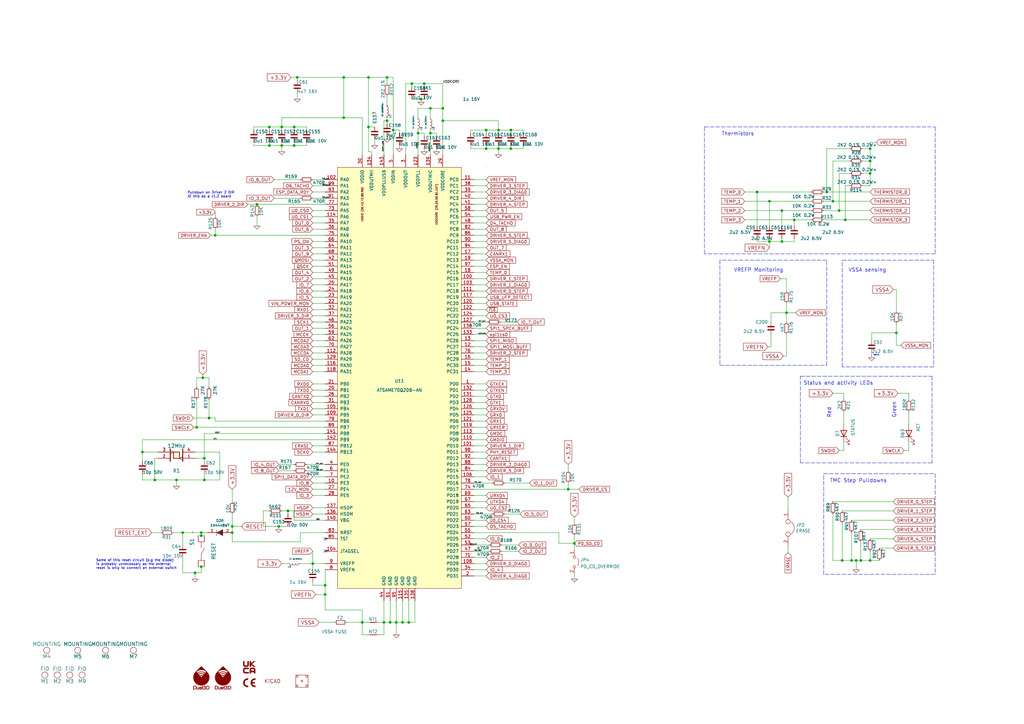
<source format=kicad_sch>
(kicad_sch (version 20211123) (generator eeschema)
  (paper "A3")
  (title_block (title "Duet 3 Main Board") (date "2022-10-05") (rev "1.02") (company "Duet3d") (comment 1 "(c) Duet3D"))
  (junction (at 72.39 196.85))
  (junction (at 322.58 128.27))
  (junction (at 148.59 255.27))
  (junction (at 121.92 31.75))
  (junction (at 181.61 49.53))
  (junction (at 110.49 59.69))
  (junction (at 204.47 53.34))
  (junction (at 320.675 86.36))
  (junction (at 204.47 60.96))
  (junction (at 115.57 59.69))
  (junction (at 341.63 82.55))
  (junction (at 80.01 234.95))
  (junction (at 158.75 49.53))
  (junction (at 63.5 196.85))
  (junction (at 161.29 53.34))
  (junction (at 160.02 255.27))
  (junction (at 171.45 54.61))
  (junction (at 82.55 219.71))
  (junction (at 356.87 229.87))
  (junction (at 151.13 31.75))
  (junction (at 168.91 34.29))
  (junction (at 115.57 52.07))
  (junction (at 344.17 86.36))
  (junction (at 233.045 200.66))
  (junction (at 88.265 96.52))
  (junction (at 114.3 215.9))
  (junction (at 351.155 229.87))
  (junction (at 167.64 255.27))
  (junction (at 353.06 229.87))
  (junction (at 95.25 215.9))
  (junction (at 356.87 60.96))
  (junction (at 83.82 196.85))
  (junction (at 158.75 31.75))
  (junction (at 235.585 222.885))
  (junction (at 325.755 90.17))
  (junction (at 140.97 48.26))
  (junction (at 199.39 53.34))
  (junction (at 176.53 54.61))
  (junction (at 83.82 187.96))
  (junction (at 315.595 99.06))
  (junction (at 173.99 34.29))
  (junction (at 120.65 52.07))
  (junction (at 95.25 218.44))
  (junction (at 339.09 78.74))
  (junction (at 85.725 171.45))
  (junction (at 58.42 185.42))
  (junction (at 165.1 255.27))
  (junction (at 151.13 52.07))
  (junction (at 105.41 83.82))
  (junction (at 320.675 99.06))
  (junction (at 209.55 60.96))
  (junction (at 157.48 255.27))
  (junction (at 176.53 44.45))
  (junction (at 133.35 240.03))
  (junction (at 209.55 53.34))
  (junction (at 172.72 40.64))
  (junction (at 199.39 60.96))
  (junction (at 162.56 255.27))
  (junction (at 82.55 232.41))
  (junction (at 346.71 90.17))
  (junction (at 315.595 82.55))
  (junction (at 367.665 136.525))
  (junction (at 80.645 175.26))
  (junction (at 83.185 154.94))
  (junction (at 181.61 44.45))
  (junction (at 356.87 66.04))
  (junction (at 110.49 52.07))
  (junction (at 118.11 209.55))
  (junction (at 82.55 218.44))
  (junction (at 349.25 229.87))
  (junction (at 133.35 243.84))
  (junction (at 345.44 229.87))
  (junction (at 120.65 59.69))
  (junction (at 310.515 78.74))
  (junction (at 356.87 71.12))
  (junction (at 140.97 31.75))
  (junction (at 128.27 231.14))
  (junction (at 74.93 218.44))
  (no_connect (at 133.35 220.98))
  (no_connect (at 133.35 226.06))
  (wire (pts (xy 128.27 111.76) (xy 133.35 111.76)))
  (wire (pts (xy 345.44 214.63) (xy 345.44 229.87)))
  (wire (pts (xy 194.31 132.08) (xy 200.025 132.08)))
  (wire (pts (xy 172.72 40.64) (xy 168.91 40.64)))
  (wire (pts (xy 133.35 139.7) (xy 128.27 139.7)))
  (wire (pts (xy 95.25 222.25) (xy 95.25 218.44)))
  (wire (pts (xy 158.75 39.37) (xy 158.75 43.18)))
  (wire (pts (xy 90.17 196.85) (xy 83.82 196.85)))
  (wire (pts (xy 367.665 141.605) (xy 369.57 141.605)))
  (wire (pts (xy 325.755 90.17) (xy 332.74 90.17)))
  (wire (pts (xy 207.01 198.12) (xy 217.17 198.12)))
  (wire (pts (xy 88.265 172.72) (xy 88.265 171.45)))
  (wire (pts (xy 160.02 255.27) (xy 160.02 246.38)))
  (polyline (pts (xy 383.54 104.14) (xy 288.925 104.14)))
  (wire (pts (xy 348.615 66.04) (xy 341.63 66.04)))
  (wire (pts (xy 121.92 31.75) (xy 119.38 31.75)))
  (wire (pts (xy 82.55 232.41) (xy 83.82 232.41)))
  (wire (pts (xy 199.39 119.38) (xy 194.31 119.38)))
  (polyline (pts (xy 288.925 52.07) (xy 383.54 52.07)))
  (wire (pts (xy 367.665 132.715) (xy 367.665 136.525)))
  (wire (pts (xy 83.185 153.67) (xy 83.185 154.94)))
  (wire (pts (xy 194.31 203.2) (xy 199.39 203.2)))
  (wire (pts (xy 128.27 238.76) (xy 128.27 240.03)))
  (wire (pts (xy 179.07 54.61) (xy 176.53 54.61)))
  (wire (pts (xy 209.55 60.96) (xy 209.55 59.69)))
  (wire (pts (xy 194.31 231.14) (xy 199.39 231.14)))
  (wire (pts (xy 123.19 231.14) (xy 128.27 231.14)))
  (wire (pts (xy 344.17 71.12) (xy 344.17 86.36)))
  (wire (pts (xy 157.48 255.27) (xy 157.48 246.38)))
  (wire (pts (xy 176.53 54.61) (xy 176.53 63.5)))
  (wire (pts (xy 165.1 255.27) (xy 167.64 255.27)))
  (wire (pts (xy 128.27 240.03) (xy 133.35 240.03)))
  (wire (pts (xy 171.45 54.61) (xy 171.45 63.5)))
  (wire (pts (xy 337.82 90.17) (xy 346.71 90.17)))
  (wire (pts (xy 121.92 33.02) (xy 121.92 31.75)))
  (polyline (pts (xy 337.82 235.585) (xy 337.82 194.31)))
  (wire (pts (xy 351.155 233.68) (xy 351.155 229.87)))
  (polyline (pts (xy 339.09 106.68) (xy 295.275 106.68)))
  (wire (pts (xy 194.31 170.18) (xy 199.39 170.18)))
  (wire (pts (xy 209.55 60.96) (xy 214.63 60.96)))
  (wire (pts (xy 235.585 235.585) (xy 235.585 237.49)))
  (wire (pts (xy 58.42 185.42) (xy 64.77 185.42)))
  (wire (pts (xy 320.675 99.06) (xy 325.755 99.06)))
  (wire (pts (xy 133.35 185.42) (xy 128.27 185.42)))
  (wire (pts (xy 82.55 234.95) (xy 82.55 232.41)))
  (wire (pts (xy 128.27 81.28) (xy 133.35 81.28)))
  (wire (pts (xy 82.55 218.44) (xy 74.93 218.44)))
  (wire (pts (xy 133.35 233.68) (xy 133.35 240.03)))
  (wire (pts (xy 128.27 76.2) (xy 133.35 76.2)))
  (wire (pts (xy 151.13 62.23) (xy 152.4 62.23)))
  (wire (pts (xy 366.395 118.745) (xy 367.665 118.745)))
  (wire (pts (xy 170.18 255.27) (xy 170.18 246.38)))
  (wire (pts (xy 133.35 231.14) (xy 128.27 231.14)))
  (wire (pts (xy 193.04 53.34) (xy 193.04 54.61)))
  (wire (pts (xy 140.97 48.26) (xy 140.97 31.75)))
  (wire (pts (xy 128.27 195.58) (xy 133.35 195.58)))
  (wire (pts (xy 140.97 48.26) (xy 115.57 48.26)))
  (wire (pts (xy 199.39 228.6) (xy 194.31 228.6)))
  (wire (pts (xy 233.045 190.5) (xy 233.045 193.04)))
  (polyline (pts (xy 337.82 194.31) (xy 383.54 194.31)))
  (wire (pts (xy 120.65 59.69) (xy 125.73 59.69)))
  (wire (pts (xy 179.07 55.88) (xy 179.07 54.61)))
  (wire (pts (xy 339.09 78.74) (xy 356.87 78.74)))
  (wire (pts (xy 209.55 53.34) (xy 204.47 53.34)))
  (wire (pts (xy 128.27 147.32) (xy 133.35 147.32)))
  (wire (pts (xy 353.695 66.04) (xy 356.87 66.04)))
  (wire (pts (xy 128.27 203.2) (xy 133.35 203.2)))
  (wire (pts (xy 194.31 175.26) (xy 199.39 175.26)))
  (wire (pts (xy 199.39 86.36) (xy 194.31 86.36)))
  (wire (pts (xy 351.155 229.87) (xy 353.06 229.87)))
  (wire (pts (xy 315.595 92.71) (xy 315.595 82.55)))
  (wire (pts (xy 372.745 168.91) (xy 372.745 173.99)))
  (wire (pts (xy 199.39 101.6) (xy 194.31 101.6)))
  (wire (pts (xy 115.57 52.07) (xy 110.49 52.07)))
  (wire (pts (xy 345.44 229.87) (xy 341.63 229.87)))
  (wire (pts (xy 323.215 203.835) (xy 323.215 208.915)))
  (wire (pts (xy 367.665 118.745) (xy 367.665 127.635)))
  (wire (pts (xy 162.56 255.27) (xy 165.1 255.27)))
  (wire (pts (xy 80.645 175.26) (xy 79.375 175.26)))
  (wire (pts (xy 204.47 49.53) (xy 204.47 53.34)))
  (wire (pts (xy 181.61 63.5) (xy 181.61 49.53)))
  (wire (pts (xy 172.72 41.91) (xy 172.72 40.64)))
  (wire (pts (xy 128.27 101.6) (xy 133.35 101.6)))
  (wire (pts (xy 128.27 200.66) (xy 133.35 200.66)))
  (wire (pts (xy 322.58 146.05) (xy 321.31 146.05)))
  (wire (pts (xy 123.19 222.25) (xy 95.25 222.25)))
  (wire (pts (xy 353.695 76.2) (xy 356.87 76.2)))
  (wire (pts (xy 85.725 171.45) (xy 79.375 171.45)))
  (wire (pts (xy 125.73 59.69) (xy 125.73 58.42)))
  (wire (pts (xy 341.63 82.55) (xy 356.87 82.55)))
  (wire (pts (xy 128.27 129.54) (xy 133.35 129.54)))
  (wire (pts (xy 205.74 223.52) (xy 212.725 223.52)))
  (wire (pts (xy 204.47 60.96) (xy 209.55 60.96)))
  (wire (pts (xy 346.71 76.2) (xy 346.71 90.17)))
  (wire (pts (xy 120.65 209.55) (xy 118.11 209.55)))
  (wire (pts (xy 351.155 229.87) (xy 349.25 229.87)))
  (wire (pts (xy 161.29 31.75) (xy 161.29 53.34)))
  (wire (pts (xy 128.27 134.62) (xy 133.35 134.62)))
  (polyline (pts (xy 345.44 150.495) (xy 345.44 106.68)))
  (wire (pts (xy 305.435 78.74) (xy 310.515 78.74)))
  (wire (pts (xy 83.82 189.23) (xy 83.82 187.96)))
  (wire (pts (xy 323.215 226.695) (xy 323.215 224.155)))
  (wire (pts (xy 214.63 53.34) (xy 209.55 53.34)))
  (wire (pts (xy 167.64 255.27) (xy 170.18 255.27)))
  (wire (pts (xy 229.235 218.44) (xy 229.235 222.885)))
  (wire (pts (xy 199.39 116.84) (xy 194.31 116.84)))
  (wire (pts (xy 128.27 104.14) (xy 133.35 104.14)))
  (wire (pts (xy 356.87 71.12) (xy 356.87 76.2)))
  (wire (pts (xy 179.07 62.23) (xy 179.07 60.96)))
  (wire (pts (xy 199.39 208.28) (xy 194.31 208.28)))
  (wire (pts (xy 125.73 53.34) (xy 125.73 52.07)))
  (wire (pts (xy 348.615 71.12) (xy 344.17 71.12)))
  (wire (pts (xy 204.47 63.5) (xy 204.47 60.96)))
  (wire (pts (xy 95.25 215.9) (xy 95.25 218.44)))
  (wire (pts (xy 148.59 260.35) (xy 150.495 260.35)))
  (wire (pts (xy 80.645 154.94) (xy 83.185 154.94)))
  (wire (pts (xy 86.36 96.52) (xy 88.265 96.52)))
  (wire (pts (xy 172.72 40.64) (xy 173.99 40.64)))
  (wire (pts (xy 204.47 54.61) (xy 204.47 53.34)))
  (wire (pts (xy 199.39 54.61) (xy 199.39 53.34)))
  (wire (pts (xy 99.06 215.9) (xy 95.25 215.9)))
  (wire (pts (xy 181.61 49.53) (xy 204.47 49.53)))
  (wire (pts (xy 58.42 180.34) (xy 58.42 185.42)))
  (wire (pts (xy 305.435 82.55) (xy 315.595 82.55)))
  (wire (pts (xy 148.59 255.27) (xy 148.59 260.35)))
  (wire (pts (xy 199.39 106.68) (xy 194.31 106.68)))
  (wire (pts (xy 204.47 53.34) (xy 199.39 53.34)))
  (wire (pts (xy 71.12 218.44) (xy 74.93 218.44)))
  (wire (pts (xy 194.31 180.34) (xy 199.39 180.34)))
  (wire (pts (xy 133.35 88.9) (xy 128.27 88.9)))
  (wire (pts (xy 233.045 198.12) (xy 233.045 200.66)))
  (wire (pts (xy 128.27 182.88) (xy 133.35 182.88)))
  (wire (pts (xy 125.73 190.5) (xy 133.35 190.5)))
  (wire (pts (xy 199.39 142.24) (xy 194.31 142.24)))
  (wire (pts (xy 194.31 190.5) (xy 199.39 190.5)))
  (wire (pts (xy 133.35 250.19) (xy 148.59 250.19)))
  (wire (pts (xy 199.39 233.68) (xy 194.31 233.68)))
  (wire (pts (xy 129.54 243.84) (xy 133.35 243.84)))
  (wire (pts (xy 133.35 78.74) (xy 128.27 78.74)))
  (wire (pts (xy 151.13 31.75) (xy 158.75 31.75)))
  (wire (pts (xy 88.265 96.52) (xy 133.35 96.52)))
  (wire (pts (xy 120.65 213.36) (xy 120.65 209.55)))
  (wire (pts (xy 82.55 219.71) (xy 82.55 218.44)))
  (wire (pts (xy 128.27 91.44) (xy 133.35 91.44)))
  (wire (pts (xy 88.265 93.98) (xy 88.265 96.52)))
  (wire (pts (xy 337.82 78.74) (xy 339.09 78.74)))
  (wire (pts (xy 128.27 167.64) (xy 133.35 167.64)))
  (wire (pts (xy 163.83 53.34) (xy 161.29 53.34)))
  (polyline (pts (xy 383.54 52.07) (xy 383.54 104.14)))
  (wire (pts (xy 341.63 66.04) (xy 341.63 82.55)))
  (wire (pts (xy 128.27 226.06) (xy 128.27 231.14)))
  (wire (pts (xy 118.11 209.55) (xy 118.11 210.82)))
  (wire (pts (xy 199.39 53.34) (xy 193.04 53.34)))
  (wire (pts (xy 151.13 52.07) (xy 151.13 31.75)))
  (wire (pts (xy 173.99 34.29) (xy 173.99 35.56)))
  (wire (pts (xy 366.395 205.74) (xy 341.63 205.74)))
  (wire (pts (xy 366.395 209.55) (xy 345.44 209.55)))
  (wire (pts (xy 199.39 213.36) (xy 194.31 213.36)))
  (polyline (pts (xy 383.54 235.585) (xy 337.82 235.585)))
  (wire (pts (xy 173.99 62.23) (xy 173.99 60.96)))
  (polyline (pts (xy 295.275 149.86) (xy 339.09 149.86)))
  (wire (pts (xy 199.39 83.82) (xy 194.31 83.82)))
  (wire (pts (xy 367.665 136.525) (xy 357.505 136.525)))
  (wire (pts (xy 339.09 60.96) (xy 339.09 78.74)))
  (wire (pts (xy 151.13 52.07) (xy 151.13 62.23)))
  (wire (pts (xy 133.35 144.78) (xy 128.27 144.78)))
  (wire (pts (xy 128.27 162.56) (xy 133.35 162.56)))
  (wire (pts (xy 346.075 161.29) (xy 346.075 163.83)))
  (wire (pts (xy 128.27 208.28) (xy 133.35 208.28)))
  (wire (pts (xy 199.39 96.52) (xy 194.31 96.52)))
  (wire (pts (xy 176.53 44.45) (xy 176.53 48.26)))
  (wire (pts (xy 128.27 93.98) (xy 133.35 93.98)))
  (wire (pts (xy 346.075 168.91) (xy 346.075 173.99)))
  (wire (pts (xy 316.23 132.08) (xy 316.23 128.27)))
  (wire (pts (xy 366.395 213.36) (xy 349.25 213.36)))
  (polyline (pts (xy 382.27 154.305) (xy 382.27 189.865)))
  (wire (pts (xy 356.87 58.42) (xy 359.41 58.42)))
  (wire (pts (xy 366.395 224.79) (xy 360.68 224.79)))
  (wire (pts (xy 163.83 54.61) (xy 163.83 53.34)))
  (wire (pts (xy 322.58 137.16) (xy 322.58 146.05)))
  (wire (pts (xy 72.39 196.85) (xy 63.5 196.85)))
  (wire (pts (xy 123.19 218.44) (xy 133.35 218.44)))
  (wire (pts (xy 353.695 60.96) (xy 356.87 60.96)))
  (wire (pts (xy 199.39 59.69) (xy 199.39 60.96)))
  (wire (pts (xy 133.35 175.26) (xy 80.645 175.26)))
  (wire (pts (xy 194.31 177.8) (xy 199.39 177.8)))
  (wire (pts (xy 199.39 104.14) (xy 194.31 104.14)))
  (wire (pts (xy 314.96 142.24) (xy 316.23 142.24)))
  (wire (pts (xy 167.64 255.27) (xy 167.64 246.38)))
  (wire (pts (xy 194.31 187.96) (xy 199.39 187.96)))
  (wire (pts (xy 158.75 31.75) (xy 158.75 34.29)))
  (wire (pts (xy 322.58 124.46) (xy 322.58 128.27)))
  (wire (pts (xy 194.31 167.64) (xy 199.39 167.64)))
  (wire (pts (xy 320.04 114.3) (xy 322.58 114.3)))
  (wire (pts (xy 194.31 223.52) (xy 200.66 223.52)))
  (wire (pts (xy 80.645 163.83) (xy 80.645 175.26)))
  (polyline (pts (xy 328.295 154.305) (xy 382.27 154.305)))
  (wire (pts (xy 235.585 219.71) (xy 235.585 222.885)))
  (wire (pts (xy 120.65 53.34) (xy 120.65 52.07)))
  (wire (pts (xy 229.235 222.885) (xy 235.585 222.885)))
  (wire (pts (xy 310.515 92.71) (xy 310.515 78.74)))
  (wire (pts (xy 148.59 255.27) (xy 150.495 255.27)))
  (wire (pts (xy 205.105 132.08) (xy 212.09 132.08)))
  (wire (pts (xy 115.57 209.55) (xy 118.11 209.55)))
  (wire (pts (xy 72.39 199.39) (xy 72.39 196.85)))
  (wire (pts (xy 235.585 212.09) (xy 235.585 214.63)))
  (wire (pts (xy 181.61 34.29) (xy 173.99 34.29)))
  (wire (pts (xy 325.755 92.71) (xy 325.755 90.17)))
  (wire (pts (xy 315.595 82.55) (xy 332.74 82.55)))
  (wire (pts (xy 107.95 209.55) (xy 107.95 215.9)))
  (wire (pts (xy 194.31 195.58) (xy 199.39 195.58)))
  (wire (pts (xy 88.265 86.995) (xy 88.265 88.9)))
  (wire (pts (xy 115.57 231.14) (xy 118.11 231.14)))
  (wire (pts (xy 128.27 121.92) (xy 133.35 121.92)))
  (wire (pts (xy 349.25 218.44) (xy 349.25 229.87)))
  (wire (pts (xy 157.48 260.35) (xy 157.48 255.27)))
  (polyline (pts (xy 382.905 106.68) (xy 382.905 150.495)))
  (wire (pts (xy 194.31 210.82) (xy 201.93 210.82)))
  (wire (pts (xy 199.39 78.74) (xy 194.31 78.74)))
  (wire (pts (xy 199.39 114.3) (xy 194.31 114.3)))
  (wire (pts (xy 153.67 59.69) (xy 153.67 57.15)))
  (wire (pts (xy 199.39 88.9) (xy 194.31 88.9)))
  (wire (pts (xy 199.39 121.92) (xy 194.31 121.92)))
  (wire (pts (xy 104.14 52.07) (xy 104.14 53.34)))
  (wire (pts (xy 128.27 119.38) (xy 133.35 119.38)))
  (wire (pts (xy 194.31 91.44) (xy 199.39 91.44)))
  (wire (pts (xy 74.93 234.95) (xy 74.93 228.6)))
  (wire (pts (xy 120.65 59.69) (xy 120.65 58.42)))
  (wire (pts (xy 82.55 218.44) (xy 85.09 218.44)))
  (wire (pts (xy 101.6 83.82) (xy 105.41 83.82)))
  (wire (pts (xy 128.27 116.84) (xy 133.35 116.84)))
  (wire (pts (xy 105.41 88.9) (xy 105.41 92.71)))
  (wire (pts (xy 83.82 187.96) (xy 80.01 187.96)))
  (wire (pts (xy 115.57 59.69) (xy 110.49 59.69)))
  (wire (pts (xy 107.95 209.55) (xy 110.49 209.55)))
  (wire (pts (xy 357.505 146.685) (xy 357.505 144.78)))
  (wire (pts (xy 353.06 229.87) (xy 356.87 229.87)))
  (wire (pts (xy 114.3 215.9) (xy 118.11 215.9)))
  (wire (pts (xy 204.47 60.96) (xy 204.47 59.69)))
  (wire (pts (xy 82.55 219.71) (xy 83.82 219.71)))
  (wire (pts (xy 235.585 222.885) (xy 235.585 225.425)))
  (wire (pts (xy 194.31 185.42) (xy 199.39 185.42)))
  (wire (pts (xy 128.27 73.66) (xy 133.35 73.66)))
  (wire (pts (xy 356.87 58.42) (xy 356.87 60.96)))
  (wire (pts (xy 370.84 184.785) (xy 372.745 184.785)))
  (wire (pts (xy 315.595 99.06) (xy 320.675 99.06)))
  (wire (pts (xy 88.265 171.45) (xy 85.725 171.45)))
  (wire (pts (xy 346.075 184.785) (xy 346.075 181.61)))
  (wire (pts (xy 115.57 53.34) (xy 115.57 52.07)))
  (wire (pts (xy 305.435 86.36) (xy 320.675 86.36)))
  (wire (pts (xy 194.31 162.56) (xy 199.39 162.56)))
  (wire (pts (xy 310.515 99.06) (xy 310.515 97.79)))
  (wire (pts (xy 128.27 127) (xy 133.35 127)))
  (wire (pts (xy 356.87 226.06) (xy 356.87 229.87)))
  (wire (pts (xy 199.39 129.54) (xy 194.31 129.54)))
  (wire (pts (xy 110.49 58.42) (xy 110.49 59.69)))
  (wire (pts (xy 194.31 134.62) (xy 199.39 134.62)))
  (wire (pts (xy 337.82 82.55) (xy 341.63 82.55)))
  (polyline (pts (xy 328.295 189.865) (xy 328.295 154.305)))
  (wire (pts (xy 199.39 127) (xy 194.31 127)))
  (wire (pts (xy 133.35 106.68) (xy 128.27 106.68)))
  (wire (pts (xy 133.35 124.46) (xy 128.27 124.46)))
  (polyline (pts (xy 383.54 194.31) (xy 383.54 235.585)))
  (wire (pts (xy 199.39 93.98) (xy 194.31 93.98)))
  (wire (pts (xy 95.25 200.66) (xy 95.25 205.74)))
  (wire (pts (xy 199.39 111.76) (xy 194.31 111.76)))
  (wire (pts (xy 121.92 38.1) (xy 121.92 40.64)))
  (wire (pts (xy 110.49 59.69) (xy 104.14 59.69)))
  (wire (pts (xy 90.17 185.42) (xy 90.17 196.85)))
  (wire (pts (xy 133.35 109.22) (xy 128.27 109.22)))
  (wire (pts (xy 128.27 198.12) (xy 133.35 198.12)))
  (wire (pts (xy 80.01 234.95) (xy 82.55 234.95)))
  (wire (pts (xy 142.24 255.27) (xy 148.59 255.27)))
  (wire (pts (xy 85.725 154.94) (xy 85.725 158.75)))
  (wire (pts (xy 153.67 52.07) (xy 151.13 52.07)))
  (wire (pts (xy 337.82 86.36) (xy 344.17 86.36)))
  (wire (pts (xy 194.31 172.72) (xy 199.39 172.72)))
  (wire (pts (xy 83.185 154.94) (xy 85.725 154.94)))
  (wire (pts (xy 193.04 60.96) (xy 193.04 59.69)))
  (polyline (pts (xy 288.925 52.07) (xy 288.925 104.14)))
  (wire (pts (xy 133.35 157.48) (xy 128.27 157.48)))
  (wire (pts (xy 173.99 54.61) (xy 171.45 54.61)))
  (wire (pts (xy 181.61 49.53) (xy 181.61 44.45)))
  (wire (pts (xy 199.39 149.86) (xy 194.31 149.86)))
  (wire (pts (xy 64.77 187.96) (xy 63.5 187.96)))
  (wire (pts (xy 148.59 250.19) (xy 148.59 255.27)))
  (wire (pts (xy 155.575 255.27) (xy 157.48 255.27)))
  (wire (pts (xy 341.63 210.82) (xy 341.63 229.87)))
  (wire (pts (xy 194.31 218.44) (xy 229.235 218.44)))
  (wire (pts (xy 356.87 66.04) (xy 356.87 71.12)))
  (wire (pts (xy 199.39 220.98) (xy 194.31 220.98)))
  (wire (pts (xy 233.045 200.66) (xy 237.49 200.66)))
  (wire (pts (xy 353.06 222.25) (xy 353.06 229.87)))
  (wire (pts (xy 168.91 34.29) (xy 168.91 35.56)))
  (wire (pts (xy 63.5 196.85) (xy 58.42 196.85)))
  (wire (pts (xy 322.58 128.27) (xy 322.58 132.08)))
  (wire (pts (xy 115.57 59.69) (xy 115.57 58.42)))
  (wire (pts (xy 128.27 210.82) (xy 133.35 210.82)))
  (wire (pts (xy 158.75 49.53) (xy 158.75 50.8)))
  (wire (pts (xy 181.61 44.45) (xy 176.53 44.45)))
  (wire (pts (xy 123.19 218.44) (xy 123.19 222.25)))
  (wire (pts (xy 158.75 49.53) (xy 157.48 49.53)))
  (wire (pts (xy 344.17 86.36) (xy 356.87 86.36)))
  (wire (pts (xy 199.39 139.7) (xy 194.31 139.7)))
  (wire (pts (xy 165.1 255.27) (xy 165.1 246.38)))
  (wire (pts (xy 80.645 154.94) (xy 80.645 158.75)))
  (wire (pts (xy 199.39 76.2) (xy 194.31 76.2)))
  (wire (pts (xy 181.61 44.45) (xy 181.61 34.29)))
  (wire (pts (xy 372.745 184.785) (xy 372.745 181.61)))
  (wire (pts (xy 128.27 165.1) (xy 133.35 165.1)))
  (wire (pts (xy 125.73 193.04) (xy 133.35 193.04)))
  (wire (pts (xy 133.35 149.86) (xy 128.27 149.86)))
  (wire (pts (xy 199.39 137.16) (xy 194.31 137.16)))
  (wire (pts (xy 83.82 177.8) (xy 133.35 177.8)))
  (wire (pts (xy 157.48 255.27) (xy 160.02 255.27)))
  (wire (pts (xy 353.695 71.12) (xy 356.87 71.12)))
  (wire (pts (xy 58.42 180.34) (xy 133.35 180.34)))
  (wire (pts (xy 163.83 60.96) (xy 163.83 59.69)))
  (wire (pts (xy 105.41 83.82) (xy 133.35 83.82)))
  (wire (pts (xy 148.59 63.5) (xy 148.59 48.26)))
  (wire (pts (xy 133.35 152.4) (xy 128.27 152.4)))
  (wire (pts (xy 148.59 48.26) (xy 140.97 48.26)))
  (wire (pts (xy 58.42 196.85) (xy 58.42 194.31)))
  (wire (pts (xy 204.47 60.96) (xy 199.39 60.96)))
  (wire (pts (xy 316.23 128.27) (xy 322.58 128.27)))
  (wire (pts (xy 316.23 137.16) (xy 316.23 142.24)))
  (wire (pts (xy 310.515 78.74) (xy 332.74 78.74)))
  (wire (pts (xy 199.39 147.32) (xy 194.31 147.32)))
  (wire (pts (xy 140.97 31.75) (xy 151.13 31.75)))
  (wire (pts (xy 133.35 86.36) (xy 128.27 86.36)))
  (wire (pts (xy 114.3 217.17) (xy 114.3 215.9)))
  (wire (pts (xy 83.82 187.96) (xy 83.82 177.8)))
  (wire (pts (xy 356.87 229.87) (xy 360.68 229.87)))
  (wire (pts (xy 158.75 57.15) (xy 158.75 55.88)))
  (wire (pts (xy 128.27 160.02) (xy 133.35 160.02)))
  (wire (pts (xy 194.31 165.1) (xy 199.39 165.1)))
  (wire (pts (xy 80.01 185.42) (xy 90.17 185.42)))
  (wire (pts (xy 367.665 136.525) (xy 367.665 141.605)))
  (wire (pts (xy 128.27 114.3) (xy 133.35 114.3)))
  (wire (pts (xy 199.39 60.96) (xy 193.04 60.96)))
  (wire (pts (xy 158.75 48.26) (xy 158.75 49.53)))
  (wire (pts (xy 173.99 55.88) (xy 173.99 54.61)))
  (wire (pts (xy 114.3 190.5) (xy 120.65 190.5)))
  (wire (pts (xy 320.675 92.71) (xy 320.675 86.36)))
  (wire (pts (xy 194.31 160.02) (xy 199.39 160.02)))
  (wire (pts (xy 80.01 234.95) (xy 74.93 234.95)))
  (polyline (pts (xy 382.905 150.495) (xy 345.44 150.495)))
  (wire (pts (xy 344.17 184.785) (xy 346.075 184.785)))
  (wire (pts (xy 160.02 255.27) (xy 162.56 255.27)))
  (wire (pts (xy 320.675 99.06) (xy 320.675 97.79)))
  (wire (pts (xy 366.395 217.17) (xy 353.06 217.17)))
  (wire (pts (xy 194.31 124.46) (xy 199.39 124.46)))
  (wire (pts (xy 112.395 73.66) (xy 123.19 73.66)))
  (wire (pts (xy 133.35 213.36) (xy 120.65 213.36)))
  (wire (pts (xy 214.63 54.61) (xy 214.63 53.34)))
  (wire (pts (xy 322.58 114.3) (xy 322.58 119.38)))
  (wire (pts (xy 348.615 76.2) (xy 346.71 76.2)))
  (wire (pts (xy 80.01 237.49) (xy 80.01 234.95)))
  (wire (pts (xy 83.82 196.85) (xy 83.82 194.31)))
  (wire (pts (xy 95.25 210.82) (xy 95.25 215.9)))
  (wire (pts (xy 107.95 215.9) (xy 114.3 215.9)))
  (wire (pts (xy 155.575 260.35) (xy 157.48 260.35)))
  (wire (pts (xy 356.87 60.96) (xy 356.87 66.04)))
  (wire (pts (xy 315.595 99.06) (xy 315.595 97.79)))
  (wire (pts (xy 326.39 128.27) (xy 322.58 128.27)))
  (wire (pts (xy 158.75 31.75) (xy 161.29 31.75)))
  (wire (pts (xy 74.93 218.44) (xy 74.93 223.52)))
  (wire (pts (xy 171.45 44.45) (xy 176.53 44.45)))
  (polyline (pts (xy 345.44 106.68) (xy 382.905 106.68)))
  (wire (pts (xy 357.505 136.525) (xy 357.505 139.7)))
  (wire (pts (xy 214.63 60.96) (xy 214.63 59.69)))
  (wire (pts (xy 199.39 215.9) (xy 194.31 215.9)))
  (wire (pts (xy 341.63 161.29) (xy 346.075 161.29)))
  (wire (pts (xy 194.31 182.88) (xy 199.39 182.88)))
  (wire (pts (xy 207.01 210.82) (xy 213.36 210.82)))
  (wire (pts (xy 162.56 255.27) (xy 162.56 246.38)))
  (wire (pts (xy 128.27 99.06) (xy 133.35 99.06)))
  (wire (pts (xy 110.49 52.07) (xy 104.14 52.07)))
  (wire (pts (xy 120.65 52.07) (xy 115.57 52.07)))
  (wire (pts (xy 121.92 31.75) (xy 140.97 31.75)))
  (wire (pts (xy 82.55 232.41) (xy 81.28 232.41)))
  (wire (pts (xy 133.35 132.08) (xy 128.27 132.08)))
  (wire (pts (xy 62.23 218.44) (xy 66.04 218.44)))
  (wire (pts (xy 176.53 53.34) (xy 176.53 54.61)))
  (wire (pts (xy 112.395 81.28) (xy 123.19 81.28)))
  (wire (pts (xy 125.73 52.07) (xy 120.65 52.07)))
  (wire (pts (xy 199.39 152.4) (xy 194.31 152.4)))
  (wire (pts (xy 194.31 200.66) (xy 233.045 200.66)))
  (wire (pts (xy 199.39 236.22) (xy 194.31 236.22)))
  (wire (pts (xy 162.56 255.27) (xy 162.56 260.35)))
  (wire (pts (xy 133.35 243.84) (xy 133.35 250.19)))
  (wire (pts (xy 128.27 231.14) (xy 128.27 233.68)))
  (wire (pts (xy 128.27 170.18) (xy 133.35 170.18)))
  (wire (pts (xy 72.39 196.85) (xy 83.82 196.85)))
  (wire (pts (xy 133.35 137.16) (xy 128.27 137.16)))
  (wire (pts (xy 194.31 73.66) (xy 199.39 73.66)))
  (wire (pts (xy 115.57 62.23) (xy 115.57 59.69)))
  (wire (pts (xy 168.91 34.29) (xy 166.37 34.29)))
  (wire (pts (xy 173.99 34.29) (xy 168.91 34.29)))
  (wire (pts (xy 115.57 59.69) (xy 120.65 59.69)))
  (wire (pts (xy 194.31 157.48) (xy 199.39 157.48)))
  (wire (pts (xy 199.39 109.22) (xy 194.31 109.22)))
  (wire (pts (xy 166.37 34.29) (xy 166.37 63.5)))
  (wire (pts (xy 194.31 193.04) (xy 199.39 193.04)))
  (wire (pts (xy 349.25 229.87) (xy 345.44 229.87)))
  (wire (pts (xy 171.45 53.34) (xy 171.45 54.61)))
  (wire (pts (xy 325.755 99.06) (xy 325.755 97.79)))
  (wire (pts (xy 157.48 49.53) (xy 157.48 63.5)))
  (wire (pts (xy 366.395 220.98) (xy 356.87 220.98)))
  (wire (pts (xy 130.81 255.27) (xy 137.16 255.27)))
  (wire (pts (xy 161.29 53.34) (xy 161.29 63.5)))
  (polyline (pts (xy 339.09 149.86) (xy 339.09 106.68)))
  (wire (pts (xy 315.595 99.06) (xy 315.595 101.6)))
  (wire (pts (xy 209.55 54.61) (xy 209.55 53.34)))
  (wire (pts (xy 194.31 198.12) (xy 201.93 198.12)))
  (wire (pts (xy 81.28 219.71) (xy 82.55 219.71)))
  (wire (pts (xy 104.14 59.69) (xy 104.14 58.42)))
  (wire (pts (xy 315.595 99.06) (xy 310.515 99.06)))
  (polyline (pts (xy 382.27 189.865) (xy 328.295 189.865)))
  (wire (pts (xy 199.39 144.78) (xy 194.31 144.78)))
  (wire (pts (xy 110.49 53.34) (xy 110.49 52.07)))
  (wire (pts (xy 152.4 62.23) (xy 152.4 63.5)))
  (wire (pts (xy 305.435 90.17) (xy 325.755 90.17)))
  (wire (pts (xy 171.45 48.26) (xy 171.45 44.45)))
  (wire (pts (xy 199.39 99.06) (xy 194.31 99.06)))
  (wire (pts (xy 368.3 161.29) (xy 372.745 161.29)))
  (wire (pts (xy 194.31 226.06) (xy 200.66 226.06)))
  (wire (pts (xy 199.39 81.28) (xy 194.31 81.28)))
  (wire (pts (xy 63.5 187.96) (xy 63.5 196.85)))
  (wire (pts (xy 133.35 142.24) (xy 128.27 142.24)))
  (wire (pts (xy 320.675 86.36) (xy 332.74 86.36)))
  (wire (pts (xy 85.725 163.83) (xy 85.725 171.45)))
  (wire (pts (xy 114.3 193.04) (xy 120.65 193.04)))
  (wire (pts (xy 346.71 90.17) (xy 356.87 90.17)))
  (wire (pts (xy 348.615 60.96) (xy 339.09 60.96)))
  (wire (pts (xy 133.35 240.03) (xy 133.35 243.84)))
  (wire (pts (xy 115.57 48.26) (xy 115.57 52.07)))
  (wire (pts (xy 133.35 172.72) (xy 88.265 172.72)))
  (wire (pts (xy 372.745 161.29) (xy 372.745 163.83)))
  (wire (pts (xy 205.74 226.06) (xy 212.725 226.06)))
  (wire (pts (xy 194.31 205.74) (xy 199.39 205.74)))
  (wire (pts (xy 58.42 189.23) (xy 58.42 185.42)))
  (polyline (pts (xy 295.275 106.68) (xy 295.275 149.86)))
  (text "Thermistors\n" (at 295.91 55.88 0) (effects (font (size 1.524 1.524)) (justify left bottom)))
  (text "Red" (at 340.995 171.45 90) (effects (font (size 1.524 1.524)) (justify left bottom)))
  (text "VSSA sensing\n" (at 347.98 111.76 0) (effects (font (size 1.524 1.524)) (justify left bottom)))
  (text "VREFP Monitoring" (at 300.99 111.76 0) (effects (font (size 1.524 1.524)) (justify left bottom)))
  (text "Pulldown on Driver 2 DIR\nID this as a v1.2 board" (at 76.835 81.28 0) (effects (font (size 0.9906 0.9906)) (justify left bottom)))
  (text "VREFN" (at 358.14 146.05 0) (effects (font (size 0.508 0.508)) (justify left bottom)))
  (text "Some of this reset circuit (e.g the diode)\nis probably unnecessary as the external\nreset is only to connect an external switch" (at 39.37 233.68 0) (effects (font (size 0.9906 0.9906)) (justify left bottom)))
  (text "TMC Step Pulldowns" (at 340.36 198.12 0) (effects (font (size 1.524 1.524)) (justify left bottom)))
  (text "Green" (at 367.665 171.45 90) (effects (font (size 1.524 1.524)) (justify left bottom)))
  (text "Status and activity LEDs" (at 329.565 158.115 0) (effects (font (size 1.524 1.524)) (justify left bottom)))
  (label "VDDUTMIC" (at 176.53 62.23 90) (effects (font (size 0.508 0.508))))
  (label "XIN" (at 88.9 180.34 180) (effects (font (size 0.508 0.508))))
  (label "XOUT" (at 90.17 177.8 180) (effects (font (size 0.508 0.508))))
  (label "io6_out" (at 132.08 73.66 0) (effects (font (size 0.508 0.508))))
  (label "spi1cs0" (at 196.215 137.16 0) (effects (font (size 0.508 0.508))))
  (label "io1_out" (at 197.485 198.12 180) (effects (font (size 0.508 0.508))))
  (label "io0_out" (at 195.58 223.52 180) (effects (font (size 0.508 0.508))))
  (label "NC_JSEL" (at 133.35 226.06 0) (effects (font (size 0.2032 0.2032))))
  (label "io7_out" (at 196.215 132.08 0) (effects (font (size 0.508 0.508))))
  (label "O6Tacho" (at 132.08 76.2 0) (effects (font (size 0.508 0.508))))
  (label "NC_TST" (at 133.35 220.98 0) (effects (font (size 0.2032 0.2032))))
  (label "VDDPLLUSB" (at 157.48 62.23 90) (effects (font (size 0.508 0.508))))
  (label "VBG" (at 129.54 213.36 0) (effects (font (size 0.508 0.508))))
  (label "io2_out" (at 197.485 226.06 180) (effects (font (size 0.508 0.508))))
  (label "io4_out" (at 129.54 190.5 0) (effects (font (size 0.508 0.508))))
  (label "rst" (at 78.74 218.44 0) (effects (font (size 0.2032 0.2032))))
  (label "io5_out" (at 198.12 210.82 180) (effects (font (size 0.508 0.508))))
  (label "VDDPLL" (at 171.45 60.96 90) (effects (font (size 0.508 0.508))))
  (label "io3_out" (at 132.08 81.28 0) (effects (font (size 0.508 0.508))))
  (label "io8_out" (at 129.54 193.04 0) (effects (font (size 0.508 0.508))))
  (label "VDDCORE" (at 181.61 34.29 0) (effects (font (size 0.9906 0.9906))))
  (global_label "QSCK" (shape input) (at 128.27 109.22 180) (property "Intersheet References" "${INTERSHEET_REFS}" (effects hide)))
  (global_label "OUT_4" (shape input) (at 128.27 111.76 180) (property "Intersheet References" "${INTERSHEET_REFS}" (effects hide)))
  (global_label "MCDA2" (shape input) (at 128.27 139.7 180) (property "Intersheet References" "${INTERSHEET_REFS}" (effects hide)))
  (global_label "TEMP_1" (shape input) (at 199.39 147.32 0) (property "Intersheet References" "${INTERSHEET_REFS}" (effects hide)))
  (global_label "MCDA0" (shape input) (at 128.27 149.86 180) (property "Intersheet References" "${INTERSHEET_REFS}" (effects hide)))
  (global_label "OUT_9" (shape input) (at 128.27 104.14 180) (property "Intersheet References" "${INTERSHEET_REFS}" (effects hide)))
  (global_label "THERMISTOR_3" (shape input) (at 356.87 90.17 0) (property "Intersheet References" "${INTERSHEET_REFS}" (effects hide)))
  (global_label "VSSA" (shape input) (at 321.31 146.05 180) (effects (font (size 1.524 1.524))) (property "Intersheet References" "${INTERSHEET_REFS}" (effects hide)))
  (global_label "IO_6" (shape input) (at 128.27 119.38 180) (property "Intersheet References" "${INTERSHEET_REFS}" (effects hide)))
  (global_label "VSSA_MON" (shape input) (at 199.39 106.68 0) (property "Intersheet References" "${INTERSHEET_REFS}" (effects hide)))
  (global_label "ERASE" (shape input) (at 128.27 182.88 180) (property "Intersheet References" "${INTERSHEET_REFS}" (effects hide)))
  (global_label "DRIVER_3_DIAG0" (shape input) (at 199.39 78.74 0) (property "Intersheet References" "${INTERSHEET_REFS}" (effects hide)))
  (global_label "MCDA3" (shape input) (at 128.27 142.24 180) (property "Intersheet References" "${INTERSHEET_REFS}" (effects hide)))
  (global_label "CANRX0" (shape input) (at 128.27 165.1 180) (property "Intersheet References" "${INTERSHEET_REFS}" (effects hide)))
  (global_label "IO_8" (shape input) (at 128.27 198.12 180) (property "Intersheet References" "${INTERSHEET_REFS}" (effects hide)))
  (global_label "DRIVER_ENN" (shape input) (at 86.36 96.52 180) (effects (font (size 1.2 1.2))) (property "Intersheet References" "${INTERSHEET_REFS}" (effects hide)))
  (global_label "USB_UFP_DETECT" (shape input) (at 199.39 121.92 0) (property "Intersheet References" "${INTERSHEET_REFS}" (effects hide)))
  (global_label "spi1cs0" (shape input) (at 199.39 137.16 0) (property "Intersheet References" "${INTERSHEET_REFS}" (effects hide)))
  (global_label "12V_MON" (shape input) (at 128.27 200.66 180) (property "Intersheet References" "${INTERSHEET_REFS}" (effects hide)))
  (global_label "MCDA1" (shape input) (at 128.27 152.4 180) (property "Intersheet References" "${INTERSHEET_REFS}" (effects hide)))
  (global_label "VREF_MON" (shape input) (at 199.39 73.66 0) (property "Intersheet References" "${INTERSHEET_REFS}" (effects hide)))
  (global_label "DRIVER_4_DIAG0" (shape input) (at 199.39 236.22 0) (property "Intersheet References" "${INTERSHEET_REFS}" (effects hide)))
  (global_label "IO_2_OUT" (shape input) (at 212.725 226.06 0) (property "Intersheet References" "${INTERSHEET_REFS}" (effects hide)))
  (global_label "OUT_3" (shape input) (at 128.27 101.6 180) (property "Intersheet References" "${INTERSHEET_REFS}" (effects hide)))
  (global_label "U0_CS1" (shape input) (at 128.27 88.9 180) (property "Intersheet References" "${INTERSHEET_REFS}" (effects hide)))
  (global_label "HSDP" (shape input) (at 128.27 208.28 180) (property "Intersheet References" "${INTERSHEET_REFS}" (effects hide)))
  (global_label "VREFP" (shape input) (at 128.27 226.06 180) (property "Intersheet References" "${INTERSHEET_REFS}" (effects hide)))
  (global_label "OUT_8" (shape input) (at 199.39 93.98 0) (property "Intersheet References" "${INTERSHEET_REFS}" (effects hide)))
  (global_label "IO_7_OUT" (shape input) (at 212.09 132.08 0) (property "Intersheet References" "${INTERSHEET_REFS}" (effects hide)))
  (global_label "TEMP_2" (shape input) (at 199.39 149.86 0) (property "Intersheet References" "${INTERSHEET_REFS}" (effects hide)))
  (global_label "OUT_1" (shape input) (at 128.27 134.62 180) (property "Intersheet References" "${INTERSHEET_REFS}" (effects hide)))
  (global_label "PS_ON" (shape input) (at 128.27 99.06 180) (property "Intersheet References" "${INTERSHEET_REFS}" (effects hide)))
  (global_label "O5_TACHO" (shape input) (at 199.39 215.9 0) (property "Intersheet References" "${INTERSHEET_REFS}" (effects hide)))
  (global_label "U0_CS2" (shape input) (at 199.39 208.28 0) (property "Intersheet References" "${INTERSHEET_REFS}" (effects hide)))
  (global_label "DRIVER_0_STEP" (shape input) (at 199.39 119.38 0) (property "Intersheet References" "${INTERSHEET_REFS}" (effects hide)))
  (global_label "IO_4" (shape input) (at 199.39 233.68 0) (property "Intersheet References" "${INTERSHEET_REFS}" (effects hide)))
  (global_label "GTX1" (shape input) (at 199.39 165.1 0) (property "Intersheet References" "${INTERSHEET_REFS}" (effects hide)))
  (global_label "DRIVER_1_DIAG0" (shape input) (at 199.39 116.84 0) (property "Intersheet References" "${INTERSHEET_REFS}" (effects hide)))
  (global_label "SWCLK" (shape input) (at 79.375 175.26 180) (property "Intersheet References" "${INTERSHEET_REFS}" (effects hide)))
  (global_label "OUT_2" (shape input) (at 128.27 114.3 180) (property "Intersheet References" "${INTERSHEET_REFS}" (effects hide)))
  (global_label "TEMP_3" (shape input) (at 199.39 152.4 0) (property "Intersheet References" "${INTERSHEET_REFS}" (effects hide)))
  (global_label "VSSA" (shape input) (at 130.81 255.27 180) (effects (font (size 1.524 1.524))) (property "Intersheet References" "${INTERSHEET_REFS}" (effects hide)))
  (global_label "IO_5_OUT" (shape input) (at 213.36 210.82 0) (property "Intersheet References" "${INTERSHEET_REFS}" (effects hide)))
  (global_label "DRIVER_5_DIR" (shape input) (at 199.39 193.04 0) (property "Intersheet References" "${INTERSHEET_REFS}" (effects hide)))
  (global_label "VREFP" (shape input) (at 320.04 114.3 180) (property "Intersheet References" "${INTERSHEET_REFS}" (effects hide)))
  (global_label "CANTX0" (shape input) (at 128.27 162.56 180) (property "Intersheet References" "${INTERSHEET_REFS}" (effects hide)))
  (global_label "TXD1" (shape input) (at 128.27 167.64 180) (property "Intersheet References" "${INTERSHEET_REFS}" (effects hide)))
  (global_label "IO_5" (shape input) (at 128.27 121.92 180) (property "Intersheet References" "${INTERSHEET_REFS}" (effects hide)))
  (global_label "DRIVER_4_STEP" (shape input) (at 366.395 220.98 0) (property "Intersheet References" "${INTERSHEET_REFS}" (effects hide)))
  (global_label "IO_3_OUT" (shape input) (at 112.395 81.28 180) (property "Intersheet References" "${INTERSHEET_REFS}" (effects hide)))
  (global_label "MCCK" (shape input) (at 128.27 137.16 180) (property "Intersheet References" "${INTERSHEET_REFS}" (effects hide)))
  (global_label "DRIVER_2_DIR" (shape input) (at 101.6 83.82 180) (effects (font (size 1.2 1.2))) (property "Intersheet References" "${INTERSHEET_REFS}" (effects hide)))
  (global_label "+3.3V" (shape input) (at 83.185 153.67 90) (effects (font (size 1.524 1.524))) (property "Intersheet References" "${INTERSHEET_REFS}" (effects hide)))
  (global_label "DRIVER_0_DIAG0" (shape input) (at 199.39 231.14 0) (property "Intersheet References" "${INTERSHEET_REFS}" (effects hide)))
  (global_label "GRX1" (shape input) (at 199.39 172.72 0) (property "Intersheet References" "${INTERSHEET_REFS}" (effects hide)))
  (global_label "SD_CD" (shape input) (at 128.27 147.32 180) (property "Intersheet References" "${INTERSHEET_REFS}" (effects hide)))
  (global_label "PD_SD_CD" (shape input) (at 235.585 222.885 0) (effects (font (size 1.2 1.2))) (property "Intersheet References" "${INTERSHEET_REFS}" (effects hide)))
  (global_label "OUT_5" (shape input) (at 199.39 86.36 0) (property "Intersheet References" "${INTERSHEET_REFS}" (effects hide)))
  (global_label "THERMISTOR_2" (shape input) (at 356.87 86.36 0) (property "Intersheet References" "${INTERSHEET_REFS}" (effects hide)))
  (global_label "TXD0" (shape input) (at 128.27 160.02 180) (property "Intersheet References" "${INTERSHEET_REFS}" (effects hide)))
  (global_label "DRIVER_5_STEP" (shape input) (at 199.39 96.52 0) (property "Intersheet References" "${INTERSHEET_REFS}" (effects hide)))
  (global_label "TEMP_1" (shape input) (at 305.435 82.55 180) (property "Intersheet References" "${INTERSHEET_REFS}" (effects hide)))
  (global_label "+3.3V" (shape input) (at 119.38 31.75 180) (effects (font (size 1.524 1.524))) (property "Intersheet References" "${INTERSHEET_REFS}" (effects hide)))
  (global_label "DRIVER_0_DIR" (shape input) (at 128.27 170.18 180) (property "Intersheet References" "${INTERSHEET_REFS}" (effects hide)))
  (global_label "DRIVER_1_DIR" (shape input) (at 199.39 182.88 0) (property "Intersheet References" "${INTERSHEET_REFS}" (effects hide)))
  (global_label "ESP_EN" (shape input) (at 199.39 109.22 0) (property "Intersheet References" "${INTERSHEET_REFS}" (effects hide)))
  (global_label "O4_TACHO" (shape input) (at 199.39 91.44 0) (property "Intersheet References" "${INTERSHEET_REFS}" (effects hide)))
  (global_label "VREFN" (shape input) (at 315.595 101.6 180) (effects (font (size 1.524 1.524))) (property "Intersheet References" "${INTERSHEET_REFS}" (effects hide)))
  (global_label "+3.3V" (shape input) (at 233.045 190.5 90) (effects (font (size 1.524 1.524))) (property "Intersheet References" "${INTERSHEET_REFS}" (effects hide)))
  (global_label "DRIVER_1_STEP" (shape input) (at 199.39 114.3 0) (property "Intersheet References" "${INTERSHEET_REFS}" (effects hide)))
  (global_label "DRIVER_3_STEP" (shape input) (at 366.395 217.17 0) (property "Intersheet References" "${INTERSHEET_REFS}" (effects hide)))
  (global_label "ESP_DATA_RDY" (shape input) (at 128.27 78.74 180) (property "Intersheet References" "${INTERSHEET_REFS}" (effects hide)))
  (global_label "QMOSI" (shape input) (at 128.27 106.68 180) (property "Intersheet References" "${INTERSHEET_REFS}" (effects hide)))
  (global_label "TEMP_2" (shape input) (at 305.435 86.36 180) (property "Intersheet References" "${INTERSHEET_REFS}" (effects hide)))
  (global_label "SCK0" (shape input) (at 128.27 185.42 180) (property "Intersheet References" "${INTERSHEET_REFS}" (effects hide)))
  (global_label "RXD0" (shape input) (at 128.27 157.48 180) (property "Intersheet References" "${INTERSHEET_REFS}" (effects hide)))
  (global_label "SWDIO" (shape input) (at 79.375 171.45 180) (property "Intersheet References" "${INTERSHEET_REFS}" (effects hide)))
  (global_label "IO_8_OUT" (shape input) (at 114.3 193.04 180) (property "Intersheet References" "${INTERSHEET_REFS}" (effects hide)))
  (global_label "IO_6_OUT" (shape input) (at 112.395 73.66 180) (property "Intersheet References" "${INTERSHEET_REFS}" (effects hide)))
  (global_label "MCCDA" (shape input) (at 128.27 144.78 180) (property "Intersheet References" "${INTERSHEET_REFS}" (effects hide)))
  (global_label "DRIVER_4_STEP" (shape input) (at 199.39 83.82 0) (property "Intersheet References" "${INTERSHEET_REFS}" (effects hide)))
  (global_label "+3.3V" (shape input) (at 368.3 161.29 180) (effects (font (size 1.524 1.524))) (property "Intersheet References" "${INTERSHEET_REFS}" (effects hide)))
  (global_label "DRIVER_5_DIAG0" (shape input) (at 199.39 99.06 0) (property "Intersheet References" "${INTERSHEET_REFS}" (effects hide)))
  (global_label "VSSA" (shape input) (at 366.395 118.745 180) (effects (font (size 1.524 1.524))) (property "Intersheet References" "${INTERSHEET_REFS}" (effects hide)))
  (global_label "VREF_MON" (shape input) (at 359.41 58.42 0) (property "Intersheet References" "${INTERSHEET_REFS}" (effects hide)))
  (global_label "CANRX1" (shape input) (at 199.39 104.14 0) (property "Intersheet References" "${INTERSHEET_REFS}" (effects hide)))
  (global_label "HSDM" (shape input) (at 128.27 210.82 180) (property "Intersheet References" "${INTERSHEET_REFS}" (effects hide)))
  (global_label "OUT_6" (shape input) (at 128.27 93.98 180) (property "Intersheet References" "${INTERSHEET_REFS}" (effects hide)))
  (global_label "UTXD4" (shape input) (at 199.39 205.74 0) (property "Intersheet References" "${INTERSHEET_REFS}" (effects hide)))
  (global_label "VIN_POWER_MON" (shape input) (at 128.27 124.46 180) (property "Intersheet References" "${INTERSHEET_REFS}" (effects hide)))
  (global_label "GTX0" (shape input) (at 199.39 162.56 0) (property "Intersheet References" "${INTERSHEET_REFS}" (effects hide)))
  (global_label "GRXER" (shape input) (at 199.39 175.26 0) (property "Intersheet References" "${INTERSHEET_REFS}" (effects hide)))
  (global_label "RXD1" (shape input) (at 128.27 127 180) (property "Intersheet References" "${INTERSHEET_REFS}" (effects hide)))
  (global_label "U0_CS3" (shape input) (at 199.39 129.54 0) (property "Intersheet References" "${INTERSHEET_REFS}" (effects hide)))
  (global_label "DRIVER_2_STEP" (shape input) (at 366.395 213.36 0) (property "Intersheet References" "${INTERSHEET_REFS}" (effects hide)))
  (global_label "GTXEN" (shape input) (at 199.39 160.02 0) (property "Intersheet References" "${INTERSHEET_REFS}" (effects hide)))
  (global_label "~{FLG}" (shape input) (at 199.39 127 0) (effects (font (size 0.9906 0.9906))) (property "Intersheet References" "${INTERSHEET_REFS}" (effects hide)))
  (global_label "DRIVER_2_DIAG0" (shape input) (at 199.39 190.5 0) (property "Intersheet References" "${INTERSHEET_REFS}" (effects hide)))
  (global_label "+3.3V" (shape input) (at 95.25 200.66 90) (effects (font (size 1.524 1.524))) (property "Intersheet References" "${INTERSHEET_REFS}" (effects hide)))
  (global_label "OUT_0" (shape input) (at 128.27 91.44 180) (property "Intersheet References" "${INTERSHEET_REFS}" (effects hide)))
  (global_label "DRIVER_1_STEP" (shape input) (at 366.395 209.55 0) (property "Intersheet References" "${INTERSHEET_REFS}" (effects hide)))
  (global_label "GMDC" (shape input) (at 199.39 177.8 0) (property "Intersheet References" "${INTERSHEET_REFS}" (effects hide)))
  (global_label "GRX0" (shape input) (at 199.39 170.18 0) (property "Intersheet References" "${INTERSHEET_REFS}" (effects hide)))
  (global_label "ERASE" (shape input) (at 323.215 226.695 270) (property "Intersheet References" "${INTERSHEET_REFS}" (effects hide)))
  (global_label "+3.3V" (shape input) (at 88.265 86.995 180) (effects (font (size 1.2 1.2))) (property "Intersheet References" "${INTERSHEET_REFS}" (effects hide)))
  (global_label "CANTX1" (shape input) (at 199.39 187.96 0) (property "Intersheet References" "${INTERSHEET_REFS}" (effects hide)))
  (global_label "VREFN" (shape input) (at 314.96 142.24 180) (effects (font (size 1.524 1.524))) (property "Intersheet References" "${INTERSHEET_REFS}" (effects hide)))
  (global_label "TEMP_0" (shape input) (at 199.39 111.76 0) (property "Intersheet References" "${INTERSHEET_REFS}" (effects hide)))
  (global_label "IO_4_OUT" (shape input) (at 114.3 190.5 180) (property "Intersheet References" "${INTERSHEET_REFS}" (effects hide)))
  (global_label "SCK1" (shape input) (at 128.27 132.08 180) (property "Intersheet References" "${INTERSHEET_REFS}" (effects hide)))
  (global_label "+3.3V" (shape input) (at 323.215 203.835 90) (effects (font (size 1.524 1.524))) (property "Intersheet References" "${INTERSHEET_REFS}" (effects hide)))
  (global_label "DRIVER_3_DIR" (shape input) (at 128.27 129.54 180) (property "Intersheet References" "${INTERSHEET_REFS}" (effects hide)))
  (global_label "+3.3V" (shape input) (at 235.585 212.09 90) (effects (font (size 1.524 1.524))) (property "Intersheet References" "${INTERSHEET_REFS}" (effects hide)))
  (global_label "SWDIO" (shape input) (at 344.17 184.785 180) (property "Intersheet References" "${INTERSHEET_REFS}" (effects hide)))
  (global_label "IO_3" (shape input) (at 128.27 203.2 180) (property "Intersheet References" "${INTERSHEET_REFS}" (effects hide)))
  (global_label "THERMISTOR_0" (shape input) (at 356.87 78.74 0) (property "Intersheet References" "${INTERSHEET_REFS}" (effects hide)))
  (global_label "TEMP_3" (shape input) (at 305.435 90.17 180) (property "Intersheet References" "${INTERSHEET_REFS}" (effects hide)))
  (global_label "SPI1_MISO" (shape input) (at 199.39 139.7 0) (property "Intersheet References" "${INTERSHEET_REFS}" (effects hide)))
  (global_label "U0_CS4" (shape input) (at 199.39 213.36 0) (effects (font (size 1.2 1.2))) (property "Intersheet References" "${INTERSHEET_REFS}" (effects hide)))
  (global_label "TEMP_0" (shape input) (at 305.435 78.74 180) (property "Intersheet References" "${INTERSHEET_REFS}" (effects hide)))
  (global_label "RESET" (shape input) (at 99.06 215.9 0) (effects (font (size 1.524 1.524))) (property "Intersheet References" "${INTERSHEET_REFS}" (effects hide)))
  (global_label "U0_CS0" (shape input) (at 128.27 86.36 180) (property "Intersheet References" "${INTERSHEET_REFS}" (effects hide)))
  (global_label "+3.3V" (shape input) (at 115.57 231.14 180) (effects (font (size 1.524 1.524))) (property "Intersheet References" "${INTERSHEET_REFS}" (effects hide)))
  (global_label "SWCLK" (shape input) (at 370.84 184.785 180) (property "Intersheet References" "${INTERSHEET_REFS}" (effects hide)))
  (global_label "DRIVER_4_DIR" (shape input) (at 199.39 81.28 0) (property "Intersheet References" "${INTERSHEET_REFS}" (effects hide)))
  (global_label "IO_1_OUT" (shape input) (at 217.17 198.12 0) (property "Intersheet References" "${INTERSHEET_REFS}" (effects hide)))
  (global_label "OUT_7" (shape input) (at 199.39 101.6 0) (property "Intersheet References" "${INTERSHEET_REFS}" (effects hide)))
  (global_label "+3.3V" (shape input) (at 341.63 161.29 180) (effects (font (size 1.524 1.524))) (property "Intersheet References" "${INTERSHEET_REFS}" (effects hide)))
  (global_label "IO_1" (shape input) (at 199.39 195.58 0) (property "Intersheet References" "${INTERSHEET_REFS}" (effects hide)))
  (global_label "GTXCK" (shape input) (at 199.39 157.48 0) (property "Intersheet References" "${INTERSHEET_REFS}" (effects hide)))
  (global_label "SPI1_SPCK_BUFF" (shape input) (at 199.39 134.62 0) (property "Intersheet References" "${INTERSHEET_REFS}" (effects hide)))
  (global_label "URXD4" (shape input) (at 199.39 203.2 0) (property "Intersheet References" "${INTERSHEET_REFS}" (effects hide)))
  (global_label "GMDIO" (shape input) (at 199.39 180.34 0) (property "Intersheet References" "${INTERSHEET_REFS}" (effects hide)))
  (global_label "SPI1_MOSI_BUFF" (shape input) (at 199.39 142.24 0) (property "Intersheet References" "${INTERSHEET_REFS}" (effects hide)))
  (global_label "IO_2" (shape input) (at 199.39 228.6 0) (property "Intersheet References" "${INTERSHEET_REFS}" (effects hide)))
  (global_label "DRIVER_CS" (shape input) (at 237.49 200.66 0) (property "Intersheet References" "${INTERSHEET_REFS}" (effects hide)))
  (global_label "IO_0" (shape input) (at 199.39 220.98 0) (property "Intersheet References" "${INTERSHEET_REFS}" (effects hide)))
  (global_label "USB_STATE" (shape input) (at 199.39 124.46 0) (property "Intersheet References" "${INTERSHEET_REFS}" (effects hide)))
  (global_label "IO_7" (shape input) (at 128.27 116.84 180) (property "Intersheet References" "${INTERSHEET_REFS}" (effects hide)))
  (global_label "VREF_MON" (shape input) (at 326.39 128.27 0) (property "Intersheet References" "${INTERSHEET_REFS}" (effects hide)))
  (global_label "SPI1_DATA_RDY" (shape input) (at 128.27 195.58 180) (property "Intersheet References" "${INTERSHEET_REFS}" (effects hide)))
  (global_label "DRIVER_2_STEP" (shape input) (at 199.39 144.78 0) (property "Intersheet References" "${INTERSHEET_REFS}" (effects hide)))
  (global_label "USB_PWR_EN" (shape input) (at 199.39 88.9 0) (property "Intersheet References" "${INTERSHEET_REFS}" (effects hide)))
  (global_label "THERMISTOR_1" (shape input) (at 356.87 82.55 0) (property "Intersheet References" "${INTERSHEET_REFS}" (effects hide)))
  (global_label "PHY_RESET" (shape input) (at 199.39 185.42 0) (property "Intersheet References" "${INTERSHEET_REFS}" (effects hide)))
  (global_label "O6_TACHO" (shape input) (at 128.27 76.2 180) (property "Intersheet References" "${INTERSHEET_REFS}" (effects hide)))
  (global_label "VREFN" (shape input) (at 129.54 243.84 180) (effects (font (size 1.524 1.524))) (property "Intersheet References" "${INTERSHEET_REFS}" (effects hide)))
  (global_label "VSSA_MON" (shape input) (at 369.57 141.605 0) (property "Intersheet References" "${INTERSHEET_REFS}" (effects hide)))
  (global_label "GRXDV" (shape input) (at 199.39 167.64 0) (property "Intersheet References" "${INTERSHEET_REFS}" (effects hide)))
  (global_label "IO_0_OUT" (shape input) (at 212.725 223.52 0) (property "Intersheet References" "${INTERSHEET_REFS}" (effects hide)))
  (global_label "DRIVER_5_STEP" (shape input) (at 366.395 224.79 0) (property "Intersheet References" "${INTERSHEET_REFS}" (effects hide)))
  (global_label "DRIVER_3_STEP" (shape input) (at 199.39 76.2 0) (property "Intersheet References" "${INTERSHEET_REFS}" (effects hide)))
  (global_label "DRIVER_0_STEP" (shape input) (at 366.395 205.74 0) (property "Intersheet References" "${INTERSHEET_REFS}" (effects hide)))
  (global_label "RESET_EXT" (shape input) (at 62.23 218.44 180) (effects (font (size 1.524 1.524))) (property "Intersheet References" "${INTERSHEET_REFS}" (effects hide)))
  (symbol (lib_name "GND_14") (lib_id "Duet3:GND") (at 72.39 199.39 0) (unit 1)
    (property "Reference" "#PWR048" (effects hide))
    (property "Value" "GND" (effects hide))
  )
  (symbol (lib_id "Duet3:GND") (at 80.01 237.49 0) (mirror y) (unit 1)
    (property "Reference" "#PWR050" (effects hide))
    (property "Value" "GND" (effects hide))
  )
  (symbol (lib_name "GND_1") (lib_id "Duet3:GND") (at 162.56 260.35 0) (unit 1)
    (property "Reference" "#PWR045" (effects hide))
    (property "Value" "GND" (effects hide))
  )
  (symbol (lib_id "Duet3:C_SMALL") (at 58.42 191.77 0) (unit 1)
    (property "Reference" "C66" (at 59.055 189.865 0) (effects (justify left)))
    (property "Value" "10p 50V" (at 58.42 193.675 0) (effects (justify left)))
    (property "Footprint" "Capacitor_SMD:C_0402_1005Metric_Wbry" (effects hide))
    (property "Part Number" "C0402C100J5GACTU" (effects hide))
  )
  (symbol (lib_id "Duet3:C_SMALL") (at 83.82 191.77 0) (unit 1)
    (property "Reference" "C62" (at 84.455 189.865 0) (effects (justify left)))
    (property "Value" "10p 50V" (at 83.82 193.675 0) (effects (justify left)))
    (property "Footprint" "Capacitor_SMD:C_0402_1005Metric_Wbry" (effects hide))
    (property "Part Number" "C0402C100J5GACTU" (effects hide))
  )
  (symbol (lib_id "Duet3:SW_TACT") (at 82.55 226.06 270) (mirror x) (unit 1)
    (property "Reference" "S1" (at 78.74 222.25 0) (effects (font (size 1.524 1.524))))
    (property "Value" "RESET" (at 87.63 226.06 0) (effects (font (size 1.524 1.524))))
    (property "Footprint" "complib:SW_SIDE_1_lugs" (effects hide))
    (property "Part Number" "LY-A03-02A" (effects hide))
  )
  (symbol (lib_id "Duet3:C_SMALL") (at 74.93 226.06 0) (mirror y) (unit 1)
    (property "Reference" "C64" (at 74.295 224.155 0) (effects (justify left)))
    (property "Value" "10n 10V" (at 74.93 227.965 0) (effects (justify left)))
    (property "Footprint" "Capacitor_SMD:C_0402_1005Metric_Wbry" (effects hide))
    (property "Part Number" "C0402C103K8RAC7867" (effects hide))
  )
  (symbol (lib_name "GND_8") (lib_id "Duet3:GND") (at 115.57 62.23 0) (unit 1)
    (property "Reference" "#PWR047" (effects hide))
    (property "Value" "GND" (effects hide))
  )
  (symbol (lib_id "Duet3:CRYSTAL_4PIN") (at 72.39 186.69 180) (unit 1)
    (property "Reference" "X1" (at 72.39 193.04 0) (effects (font (size 1.524 1.524))))
    (property "Value" "12Mhz" (at 72.39 182.88 0) (effects (font (size 1.524 1.524))))
    (property "Footprint" "complib:Crystal_SMD_ECS-33B-4Pin_3.2x2.5mm" (effects hide))
    (property "Part Number" "FL1200112TR-ND or ECS-120-10-33B-CKM-TR," (effects hide))
  )
  (symbol (lib_id "Device:R_Small") (at 139.7 255.27 90) (unit 1)
    (property "Reference" "F2" (at 139.4968 253.365 90))
    (property "Value" "VSSA FUSE" (at 137.16 259.08 90))
    (property "Footprint" "Fuse:Fuse_1206_3216Metric" (effects hide))
    (property "Part Number" "0ZCJ0020FF2E" (effects hide))
  )
  (symbol (lib_id "Duet3:C_SMALL") (at 121.92 35.56 0) (unit 1)
    (property "Reference" "C61" (at 122.555 33.655 0) (effects (justify left)))
    (property "Value" "4u7 16V" (at 121.92 37.465 0) (effects (justify left)))
    (property "Footprint" "Capacitor_SMD:C_0805_2012Metric" (effects hide))
    (property "Part Number" "CL21A475KOFNNNE" (effects hide))
  )
  (symbol (lib_id "Device:R_Small") (at 335.28 78.74 270) (mirror x) (unit 1)
    (property "Reference" "R29" (at 339.09 77.47 90))
    (property "Value" "10K 0.2W" (at 329.565 80.645 90))
    (property "Footprint" "Resistor_SMD:R_0603_1608Metric_Wbry" (effects hide))
    (property "Part Number" "ESR03EZPF1002" (effects hide))
  )
  (symbol (lib_id "Duet3:C_SMALL") (at 310.515 95.25 0) (mirror y) (unit 1)
    (property "Reference" "C55" (at 309.88 93.345 0) (effects (justify left)))
    (property "Value" "2u2 6.5V" (at 307.975 95.25 0) (effects (justify left)))
    (property "Footprint" "Capacitor_SMD:C_0603_1608Metric_Wbry" (effects hide))
    (property "Part Number" "JMK107BJ225KA-T" (effects hide))
  )
  (symbol (lib_id "Device:R_Small") (at 351.155 60.96 270) (mirror x) (unit 1)
    (property "Reference" "R28" (at 351.155 62.611 90))
    (property "Value" "2K2 0.1% 0.2W+" (at 351.536 59.436 90))
    (property "Footprint" "Resistor_SMD:R_0603_1608Metric_Wbry" (effects hide))
    (property "Part Number" "ERJ-PB3B2201V" (effects hide))
  )
  (symbol (lib_id "Duet3:L_MINI") (at 171.45 50.8 90) (unit 1)
    (property "Reference" "L6" (at 172.72 52.705 0) (effects (font (size 0.762 0.762))))
    (property "Value" "1K @100Mhz" (at 169.545 50.165 0) (effects (font (size 0.5588 0.5588))))
    (property "Footprint" "Inductor_SMD:L_0603_1608Metric" (effects hide))
    (property "Part Number" "742792662 or BK1608HS102-T, PE-0603FB102ST or similar" (effects hide))
  )
  (symbol (lib_id "Duet3:FID") (at 18.415 276.86 0) (unit 1) (in_bom no)
    (property "Reference" "M1" (at 18.415 279.4 0) (effects (font (size 1.524 1.524))))
    (property "Value" "FID" (at 18.415 274.32 0) (effects (font (size 1.524 1.524))))
    (property "Footprint" "Fiducial:Fiducial_0.5mm_Mask1.5mm" (effects hide))
    (property "Part Number" "Virtual Component DNP" (effects hide))
  )
  (symbol (lib_id "Duet3:FID") (at 23.495 276.86 0) (unit 1) (in_bom no)
    (property "Reference" "M2" (at 23.495 279.4 0) (effects (font (size 1.524 1.524))))
    (property "Value" "FID" (at 23.495 274.32 0) (effects (font (size 1.524 1.524))))
    (property "Footprint" "Fiducial:Fiducial_0.5mm_Mask1.5mm" (effects hide))
    (property "Part Number" "Virtual Component DNP" (effects hide))
  )
  (symbol (lib_id "Duet3:FID") (at 28.575 276.86 0) (unit 1) (in_bom no)
    (property "Reference" "M3" (at 28.575 279.4 0) (effects (font (size 1.524 1.524))))
    (property "Value" "FID" (at 28.575 274.32 0) (effects (font (size 1.524 1.524))))
    (property "Footprint" "Fiducial:Fiducial_0.5mm_Mask1.5mm" (effects hide))
    (property "Part Number" "Virtual Component DNP" (effects hide))
  )
  (symbol (lib_id "Device:R_Small") (at 367.665 130.175 0) (unit 1)
    (property "Reference" "R27" (at 369.57 129.9718 90))
    (property "Value" "10K" (at 365.9378 129.8702 90))
    (property "Footprint" "Resistor_SMD:R_0402_1005Metric_Wbry" (effects hide))
    (property "Part Number" "RMCS0402FT10K0" (effects hide))
  )
  (symbol (lib_id "Device:R_Small") (at 68.58 218.44 90) (mirror x) (unit 1)
    (property "Reference" "R31" (at 68.3768 220.345 90))
    (property "Value" "180R" (at 68.2752 216.7128 90))
    (property "Footprint" "Resistor_SMD:R_0402_1005Metric_Wbry" (effects hide))
    (property "Part Number" "RMCF0402FT180R" (effects hide))
  )
  (symbol (lib_id "Duet3:C_SMALL") (at 357.505 142.24 0) (unit 1)
    (property "Reference" "C51" (at 358.14 140.335 0) (effects (justify left)))
    (property "Value" "2u2 6.5V" (at 357.505 144.145 0) (effects (justify left)))
    (property "Footprint" "Capacitor_SMD:C_0603_1608Metric_Wbry" (effects hide))
    (property "Part Number" "JMK107BJ225KA-T" (effects hide))
  )
  (symbol (lib_id "Device:R_Small") (at 95.25 208.28 0) (mirror x) (unit 1)
    (property "Reference" "R30" (at 96.52 207.645 90))
    (property "Value" "10K" (at 93.5228 208.5848 90))
    (property "Footprint" "Resistor_SMD:R_0402_1005Metric_Wbry" (effects hide))
    (property "Part Number" "RMCS0402FT10K0" (effects hide))
  )
  (symbol (lib_id "Duet3:Mounting") (at 19.177 266.7 0) (unit 1) (in_bom no)
    (property "Reference" "M4" (at 19.177 269.24 0) (effects (font (size 1.524 1.524))))
    (property "Value" "MOUNTING" (at 19.177 264.16 0) (effects (font (size 1.524 1.524))))
    (property "Footprint" "MountingHole:MountingHole_4.3mm_M4" (effects hide))
    (property "Part Number" "Virtual Component DNP" (effects hide))
  )
  (symbol (lib_id "Duet3:Mounting") (at 31.877 266.7 0) (unit 1) (in_bom no)
    (property "Reference" "M5" (at 31.877 269.24 0) (effects (font (size 1.524 1.524))))
    (property "Value" "MOUNTING" (at 31.877 264.16 0) (effects (font (size 1.524 1.524))))
    (property "Footprint" "MountingHole:MountingHole_4.3mm_M4" (effects hide))
    (property "Part Number" "Virtual Component DNP" (effects hide))
  )
  (symbol (lib_id "Duet3:Mounting") (at 43.307 266.7 0) (unit 1) (in_bom no)
    (property "Reference" "M6" (at 43.307 269.24 0) (effects (font (size 1.524 1.524))))
    (property "Value" "MOUNTING" (at 43.307 264.16 0) (effects (font (size 1.524 1.524))))
    (property "Footprint" "MountingHole:MountingHole_4.3mm_M4" (effects hide))
    (property "Part Number" "Virtual Component DNP" (effects hide))
  )
  (symbol (lib_id "Duet3:Mounting") (at 54.737 266.7 0) (unit 1) (in_bom no)
    (property "Reference" "M7" (at 54.737 269.24 0) (effects (font (size 1.524 1.524))))
    (property "Value" "MOUNTING" (at 54.737 264.16 0) (effects (font (size 1.524 1.524))))
    (property "Footprint" "MountingHole:MountingHole_4.3mm_M4" (effects hide))
    (property "Part Number" "Virtual Component DNP" (effects hide))
  )
  (symbol (lib_id "Duet3:Duet3D_Logo") (at 91.44 278.13 0) (unit 1) (in_bom no)
    (property "Reference" "M8" (effects hide))
    (property "Value" "Duet3D_Logo" (effects hide))
    (property "Footprint" "complib:LOGO_NEW_Duet3D_vertical_6mm" (effects hide))
    (property "Part Number" "Virtual Component DNP" (effects hide))
  )
  (symbol (lib_id "Duet3:Logo_CE") (at 102.235 280.035 0) (unit 1) (in_bom no)
    (property "Reference" "M11" (effects hide))
    (property "Value" "CE_LOGO" (effects hide))
    (property "Footprint" "Symbol:CE-Logo_8.5x6mm_SilkScreen" (effects hide))
    (property "Part Number" "Virtual Component DNP" (effects hide))
  )
  (symbol (lib_id "Duet3:C_SMALL") (at 320.675 95.25 0) (mirror y) (unit 1)
    (property "Reference" "C65" (at 320.04 93.345 0) (effects (justify left)))
    (property "Value" "2u2 6.5V" (at 337.185 97.79 0) (effects (justify left)))
    (property "Footprint" "Capacitor_SMD:C_0603_1608Metric_Wbry" (effects hide))
    (property "Part Number" "JMK107BJ225KA-T" (effects hide))
  )
  (symbol (lib_id "Device:R_Small") (at 335.28 86.36 270) (mirror x) (unit 1)
    (property "Reference" "R33" (at 339.09 85.09 90))
    (property "Value" "10K 0.2W" (at 329.565 88.265 90))
    (property "Footprint" "Resistor_SMD:R_0603_1608Metric_Wbry" (effects hide))
    (property "Part Number" "ESR03EZPF1002" (effects hide))
  )
  (symbol (lib_id "Device:R_Small") (at 351.155 71.12 270) (mirror x) (unit 1)
    (property "Reference" "R34" (at 351.028 72.898 90))
    (property "Value" "2K2 0.1% 0.2W+" (at 351.536 69.596 90))
    (property "Footprint" "Resistor_SMD:R_0603_1608Metric_Wbry" (effects hide))
    (property "Part Number" "ERJ-PB3B2201V" (effects hide))
  )
  (symbol (lib_id "Duet3:C_SMALL") (at 315.595 95.25 0) (mirror y) (unit 1)
    (property "Reference" "C63" (at 314.96 93.345 0) (effects (justify left)))
    (property "Value" "2u2 6.5V" (at 316.865 97.79 0) (effects (justify left)))
    (property "Footprint" "Capacitor_SMD:C_0603_1608Metric_Wbry" (effects hide))
    (property "Part Number" "JMK107BJ225KA-T" (effects hide))
  )
  (symbol (lib_id "Device:R_Small") (at 351.155 66.04 270) (unit 1)
    (property "Reference" "R35" (at 351.028 67.818 90))
    (property "Value" "2K2 0.1% 0.2W+" (at 351.409 64.516 90))
    (property "Footprint" "Resistor_SMD:R_0603_1608Metric_Wbry" (effects hide))
    (property "Part Number" "ERJ-PB3B2201V" (effects hide))
  )
  (symbol (lib_id "Device:R_Small") (at 335.28 82.55 270) (mirror x) (unit 1)
    (property "Reference" "R32" (at 339.09 81.28 90))
    (property "Value" "10K 0.2W" (at 329.565 84.455 90))
    (property "Footprint" "Resistor_SMD:R_0603_1608Metric_Wbry" (effects hide))
    (property "Part Number" "ESR03EZPF1002" (effects hide))
  )
  (symbol (lib_id "Duet3:ATSAME70Q20A-AN_0-MCU_Microchip_SAME") (at 163.83 154.94 0) (unit 1)
    (property "Reference" "U11" (at 163.83 156.21 0))
    (property "Value" "ATSAME70Q20B-AN" (at 163.83 160.02 0))
    (property "Footprint" "Package_QFP:LQFP-144_20x20mm_P0.5mm" (effects hide))
    (property "Part Number" "ATSAME70Q20B-AN" (effects hide))
  )
  (symbol (lib_id "Device:R_Small") (at 125.73 73.66 270) (unit 1)
    (property "Reference" "R169" (at 119.38 72.39 90))
    (property "Value" "470R" (at 130.81 74.93 90))
    (property "Footprint" "Resistor_SMD:R_0402_1005Metric_Wbry" (effects hide))
    (property "Part Number" "ERJ-2RKF4700X" (effects hide))
  )
  (symbol (lib_id "Device:LED") (at 346.075 177.8 90) (unit 1)
    (property "Reference" "D7" (at 343.535 177.8 0))
    (property "Value" "STATUS" (at 349.885 175.26 0))
    (property "Footprint" "LED_SMD:LED_0603_1608Metric" (effects hide))
    (property "Part Number" "150060RS75000 or equivalent Red" (effects hide))
  )
  (symbol (lib_id "Device:R_Small") (at 346.075 166.37 0) (unit 1)
    (property "Reference" "R21" (at 347.98 166.1668 90))
    (property "Value" "2K2" (at 344.3478 166.0652 90))
    (property "Footprint" "Resistor_SMD:R_0402_1005Metric_Wbry" (effects hide))
    (property "Part Number" "RK73H1ETTP2201F" (effects hide))
  )
  (symbol (lib_id "Device:R_Small") (at 204.47 198.12 90) (mirror x) (unit 1)
    (property "Reference" "R170" (at 211.455 196.85 90))
    (property "Value" "470R" (at 196.215 199.39 90))
    (property "Footprint" "Resistor_SMD:R_0402_1005Metric_Wbry" (effects hide))
    (property "Part Number" "ERJ-2RKF4700X" (effects hide))
  )
  (symbol (lib_id "Device:R_Small") (at 123.19 190.5 90) (mirror x) (unit 1)
    (property "Reference" "R171" (at 117.475 189.23 90))
    (property "Value" "470R" (at 128.27 191.77 90))
    (property "Footprint" "Resistor_SMD:R_0402_1005Metric_Wbry" (effects hide))
    (property "Part Number" "ERJ-2RKF4700X" (effects hide))
  )
  (symbol (lib_name "GND_9") (lib_id "Duet3:GND") (at 121.92 40.64 0) (unit 1)
    (property "Reference" "#PWR0137" (effects hide))
    (property "Value" "GND" (effects hide))
  )
  (symbol (lib_id "Device:R_Small") (at 202.565 132.08 270) (unit 1)
    (property "Reference" "R173" (at 209.55 131.445 90))
    (property "Value" "470R" (at 194.945 133.35 90))
    (property "Footprint" "Resistor_SMD:R_0402_1005Metric_Wbry" (effects hide))
    (property "Part Number" "ERJ-2RKF4700X" (effects hide))
  )
  (symbol (lib_name "GND_6") (lib_id "Duet3:GND") (at 158.75 57.15 0) (unit 1)
    (property "Reference" "#PWR0138" (effects hide))
    (property "Value" "GND" (effects hide))
  )
  (symbol (lib_id "Device:R_Small") (at 353.06 219.71 0) (mirror y) (unit 1)
    (property "Reference" "R107" (at 351.155 220.345 90))
    (property "Value" "4K7" (at 354.33 219.71 90))
    (property "Footprint" "Resistor_SMD:R_0402_1005Metric_Wbry" (effects hide))
    (property "Part Number" "RK73H1ETTP4701F" (effects hide))
  )
  (symbol (lib_id "Device:R_Small") (at 356.87 223.52 0) (mirror y) (unit 1)
    (property "Reference" "R137" (at 354.965 223.52 90))
    (property "Value" "4K7" (at 358.5972 223.2152 90))
    (property "Footprint" "Resistor_SMD:R_0402_1005Metric_Wbry" (effects hide))
    (property "Part Number" "RK73H1ETTP4701F" (effects hide))
  )
  (symbol (lib_id "Device:R_Small") (at 123.19 193.04 270) (unit 1)
    (property "Reference" "R167" (at 116.84 191.77 90))
    (property "Value" "470R" (at 128.27 194.31 90))
    (property "Footprint" "Resistor_SMD:R_0402_1005Metric_Wbry" (effects hide))
    (property "Part Number" "ERJ-2RKF4700X" (effects hide))
  )
  (symbol (lib_id "Device:R_Small") (at 125.73 81.28 270) (unit 1)
    (property "Reference" "R165" (at 120.65 82.55 90))
    (property "Value" "470R" (at 130.81 82.55 90))
    (property "Footprint" "Resistor_SMD:R_0402_1005Metric_Wbry" (effects hide))
    (property "Part Number" "ERJ-2RKF4700X" (effects hide))
  )
  (symbol (lib_id "Device:R_Small") (at 203.2 226.06 90) (mirror x) (unit 1)
    (property "Reference" "R166" (at 209.55 224.79 90))
    (property "Value" "470R" (at 198.12 227.33 90))
    (property "Footprint" "Resistor_SMD:R_0402_1005Metric_Wbry" (effects hide))
    (property "Part Number" "ERJ-2RKF4700X" (effects hide))
  )
  (symbol (lib_id "Duet3:L_MINI") (at 158.75 45.72 90) (unit 1)
    (property "Reference" "L7" (at 160.02 47.625 0) (effects (font (size 0.762 0.762))))
    (property "Value" "1K @100Mhz" (at 156.845 45.085 0) (effects (font (size 0.5588 0.5588))))
    (property "Footprint" "Inductor_SMD:L_0603_1608Metric" (effects hide))
    (property "Part Number" "742792662 or BK1608HS102-T, PE-0603FB102ST or similar" (effects hide))
  )
  (symbol (lib_id "Device:R_Small") (at 158.75 36.83 0) (unit 1)
    (property "Reference" "R112" (at 160.655 36.6268 90))
    (property "Value" "2R2 1%" (at 157.0228 36.5252 90))
    (property "Footprint" "Resistor_SMD:R_0402_1005Metric_Wbry" (effects hide))
    (property "Part Number" "RMCF0402FT2R20" (effects hide))
  )
  (symbol (lib_id "Duet3:C_SMALL") (at 158.75 53.34 0) (unit 1)
    (property "Reference" "C158" (at 159.385 51.435 0) (effects (justify left)))
    (property "Value" "4u7 16V" (at 158.75 55.245 0) (effects (justify left)))
    (property "Footprint" "Capacitor_SMD:C_0805_2012Metric" (effects hide))
    (property "Part Number" "CL21A475KOFNNNE" (effects hide))
  )
  (symbol (lib_id "Device:R_Small") (at 360.68 227.33 0) (mirror y) (unit 1)
    (property "Reference" "R92" (at 358.775 227.1268 90))
    (property "Value" "4K7" (at 362.4072 227.0252 90))
    (property "Footprint" "Resistor_SMD:R_0402_1005Metric_Wbry" (effects hide))
    (property "Part Number" "RK73H1ETTP4701F" (effects hide))
  )
  (symbol (lib_id "Device:R_Small") (at 203.2 223.52 90) (mirror x) (unit 1)
    (property "Reference" "R168" (at 207.645 221.615 90))
    (property "Value" "470R" (at 198.12 224.79 90))
    (property "Footprint" "Resistor_SMD:R_0402_1005Metric_Wbry" (effects hide))
    (property "Part Number" "ERJ-2RKF4700X" (effects hide))
  )
  (symbol (lib_name "GND_5") (lib_id "Duet3:GND") (at 163.83 60.96 0) (unit 1)
    (property "Reference" "#PWR0139" (effects hide))
    (property "Value" "GND" (effects hide))
  )
  (symbol (lib_id "Duet3:C_SMALL") (at 153.67 54.61 0) (unit 1)
    (property "Reference" "C157" (at 153.67 50.8 90) (effects (justify left)))
    (property "Value" "0u1 10V" (at 153.67 56.515 0) (effects (justify left)))
    (property "Footprint" "Capacitor_SMD:C_0402_1005Metric_Wbry" (effects hide))
    (property "Part Number" "CL05A104KP5NNNC" (effects hide))
  )
  (symbol (lib_name "GND_7") (lib_id "Duet3:GND") (at 153.67 59.69 0) (unit 1)
    (property "Reference" "#PWR0140" (effects hide))
    (property "Value" "GND" (effects hide))
  )
  (symbol (lib_id "Duet3:C_SMALL") (at 163.83 57.15 0) (unit 1)
    (property "Reference" "C159" (at 164.465 55.245 0) (effects (justify left)))
    (property "Value" "0u1 10V" (at 163.83 59.055 0) (effects (justify left)))
    (property "Footprint" "Capacitor_SMD:C_0402_1005Metric_Wbry" (effects hide))
    (property "Part Number" "CL05A104KP5NNNC" (effects hide))
  )
  (symbol (lib_id "Duet3:C_SMALL") (at 104.14 55.88 0) (unit 1)
    (property "Reference" "C150" (at 104.775 53.975 0) (effects (justify left)))
    (property "Value" "0u1 10V" (at 104.14 57.785 0) (effects (justify left)))
    (property "Footprint" "Capacitor_SMD:C_0402_1005Metric_Wbry" (effects hide))
    (property "Part Number" "CL05A104KP5NNNC" (effects hide))
  )
  (symbol (lib_id "Duet3:C_SMALL") (at 110.49 55.88 0) (unit 1)
    (property "Reference" "C151" (at 111.125 53.975 0) (effects (justify left)))
    (property "Value" "0u1 10V" (at 110.49 57.785 0) (effects (justify left)))
    (property "Footprint" "Capacitor_SMD:C_0402_1005Metric_Wbry" (effects hide))
    (property "Part Number" "CL05A104KP5NNNC" (effects hide))
  )
  (symbol (lib_id "Duet3:C_SMALL") (at 115.57 55.88 0) (unit 1)
    (property "Reference" "C152" (at 116.205 53.975 0) (effects (justify left)))
    (property "Value" "0u1 10V" (at 115.57 57.785 0) (effects (justify left)))
    (property "Footprint" "Capacitor_SMD:C_0402_1005Metric_Wbry" (effects hide))
    (property "Part Number" "CL05A104KP5NNNC" (effects hide))
  )
  (symbol (lib_id "Duet3:C_SMALL") (at 120.65 55.88 0) (unit 1)
    (property "Reference" "C154" (at 121.285 53.975 0) (effects (justify left)))
    (property "Value" "0u1 10V" (at 120.65 57.785 0) (effects (justify left)))
    (property "Footprint" "Capacitor_SMD:C_0402_1005Metric_Wbry" (effects hide))
    (property "Part Number" "CL05A104KP5NNNC" (effects hide))
  )
  (symbol (lib_id "Duet3:C_SMALL") (at 125.73 55.88 0) (unit 1)
    (property "Reference" "C155" (at 126.365 53.975 0) (effects (justify left)))
    (property "Value" "0u1 10V" (at 125.73 57.785 0) (effects (justify left)))
    (property "Footprint" "Capacitor_SMD:C_0402_1005Metric_Wbry" (effects hide))
    (property "Part Number" "CL05A104KP5NNNC" (effects hide))
  )
  (symbol (lib_id "Device:R_Small") (at 349.25 215.9 0) (mirror y) (unit 1)
    (property "Reference" "R91" (at 347.345 215.6968 90))
    (property "Value" "4K7" (at 350.9772 215.5952 90))
    (property "Footprint" "Resistor_SMD:R_0402_1005Metric_Wbry" (effects hide))
    (property "Part Number" "RK73H1ETTP4701F" (effects hide))
  )
  (symbol (lib_id "Device:R_Small") (at 345.44 212.09 0) (mirror y) (unit 1)
    (property "Reference" "R90" (at 343.535 211.8868 90))
    (property "Value" "4K7" (at 347.1672 211.7852 90))
    (property "Footprint" "Resistor_SMD:R_0402_1005Metric_Wbry" (effects hide))
    (property "Part Number" "RK73H1ETTP4701F" (effects hide))
  )
  (symbol (lib_id "Device:R_Small") (at 341.63 208.28 0) (mirror y) (unit 1)
    (property "Reference" "R89" (at 339.725 208.0768 90))
    (property "Value" "4K7" (at 343.3572 207.9752 90))
    (property "Footprint" "Resistor_SMD:R_0402_1005Metric_Wbry" (effects hide))
    (property "Part Number" "RK73H1ETTP4701F" (effects hide))
  )
  (symbol (lib_name "GND_2") (lib_id "Duet3:GND") (at 204.47 63.5 0) (unit 1)
    (property "Reference" "#PWR0141" (effects hide))
    (property "Value" "GND" (effects hide))
  )
  (symbol (lib_id "Duet3:C_SMALL") (at 193.04 57.15 0) (unit 1)
    (property "Reference" "C164" (at 193.675 55.245 0) (effects (justify left)))
    (property "Value" "0u1 10V" (at 193.04 59.055 0) (effects (justify left)))
    (property "Footprint" "Capacitor_SMD:C_0402_1005Metric_Wbry" (effects hide))
    (property "Part Number" "CL05A104KP5NNNC" (effects hide))
  )
  (symbol (lib_id "Duet3:C_SMALL") (at 199.39 57.15 0) (unit 1)
    (property "Reference" "C165" (at 200.025 55.245 0) (effects (justify left)))
    (property "Value" "0u1 10V" (at 199.39 59.055 0) (effects (justify left)))
    (property "Footprint" "Capacitor_SMD:C_0402_1005Metric_Wbry" (effects hide))
    (property "Part Number" "CL05A104KP5NNNC" (effects hide))
  )
  (symbol (lib_id "Duet3:C_SMALL") (at 204.47 57.15 0) (unit 1)
    (property "Reference" "C166" (at 205.105 55.245 0) (effects (justify left)))
    (property "Value" "0u1 10V" (at 204.47 59.055 0) (effects (justify left)))
    (property "Footprint" "Capacitor_SMD:C_0402_1005Metric_Wbry" (effects hide))
    (property "Part Number" "CL05A104KP5NNNC" (effects hide))
  )
  (symbol (lib_id "Duet3:C_SMALL") (at 209.55 57.15 0) (unit 1)
    (property "Reference" "C167" (at 210.185 55.245 0) (effects (justify left)))
    (property "Value" "0u1 10V" (at 209.55 59.055 0) (effects (justify left)))
    (property "Footprint" "Capacitor_SMD:C_0402_1005Metric_Wbry" (effects hide))
    (property "Part Number" "CL05A104KP5NNNC" (effects hide))
  )
  (symbol (lib_id "Duet3:C_SMALL") (at 214.63 57.15 0) (unit 1)
    (property "Reference" "C168" (at 215.265 55.245 0) (effects (justify left)))
    (property "Value" "0u1 10V" (at 214.63 59.055 0) (effects (justify left)))
    (property "Footprint" "Capacitor_SMD:C_0402_1005Metric_Wbry" (effects hide))
    (property "Part Number" "CL05A104KP5NNNC" (effects hide))
  )
  (symbol (lib_id "Duet3:C_SMALL") (at 173.99 38.1 0) (mirror y) (unit 1)
    (property "Reference" "C161" (at 177.038 36.068 0) (effects (justify left)))
    (property "Value" "1u 16V" (at 196.85 40.64 0) (effects (justify left)))
    (property "Footprint" "Capacitor_SMD:C_0603_1608Metric_Wbry" (effects hide))
    (property "Part Number" "CL10A105KO8NNNC" (effects hide))
  )
  (symbol (lib_id "Device:R_Small") (at 322.58 121.92 0) (unit 1)
    (property "Reference" "R175" (at 324.485 121.7168 90))
    (property "Value" "15R" (at 320.8528 121.6152 90))
    (property "Footprint" "Resistor_SMD:R_0402_1005Metric_Wbry" (effects hide))
    (property "Part Number" "RMCF0402FT15R0" (effects hide))
  )
  (symbol (lib_id "Duet3:C_SMALL") (at 168.91 38.1 0) (unit 1)
    (property "Reference" "C160" (at 169.545 36.195 0) (effects (justify left)))
    (property "Value" "0u1 10V" (at 168.91 40.005 0) (effects (justify left)))
    (property "Footprint" "Capacitor_SMD:C_0402_1005Metric_Wbry" (effects hide))
    (property "Part Number" "CL05A104KP5NNNC" (effects hide))
  )
  (symbol (lib_id "Device:R_Small") (at 322.58 134.62 0) (unit 1)
    (property "Reference" "R176" (at 324.485 134.4168 90))
    (property "Value" "4K7" (at 320.8528 134.3152 90))
    (property "Footprint" "Resistor_SMD:R_0402_1005Metric_Wbry" (effects hide))
    (property "Part Number" "RK73H1ETTP4701F" (effects hide))
  )
  (symbol (lib_id "Duet3:L_MINI") (at 176.53 50.8 90) (unit 1)
    (property "Reference" "L8" (at 177.8 52.705 0) (effects (font (size 0.762 0.762))))
    (property "Value" "1K @100Mhz" (at 174.625 50.165 0) (effects (font (size 0.5588 0.5588))))
    (property "Footprint" "Inductor_SMD:L_0603_1608Metric" (effects hide))
    (property "Part Number" "742792662 or BK1608HS102-T, PE-0603FB102ST or similar" (effects hide))
  )
  (symbol (lib_id "Duet3:C_SMALL") (at 173.99 58.42 0) (unit 1)
    (property "Reference" "C162" (at 174.625 56.515 0) (effects (justify left)))
    (property "Value" "0u1 10V" (at 173.99 60.325 0) (effects (justify left)))
    (property "Footprint" "Capacitor_SMD:C_0402_1005Metric_Wbry" (effects hide))
    (property "Part Number" "CL05A104KP5NNNC" (effects hide))
  )
  (symbol (lib_id "Duet3:C_SMALL") (at 179.07 58.42 0) (unit 1)
    (property "Reference" "C163" (at 179.705 56.515 0) (effects (justify left)))
    (property "Value" "0u1 10V" (at 179.07 60.325 0) (effects (justify left)))
    (property "Footprint" "Capacitor_SMD:C_0402_1005Metric_Wbry" (effects hide))
    (property "Part Number" "CL05A104KP5NNNC" (effects hide))
  )
  (symbol (lib_name "GND_11") (lib_id "Duet3:GND") (at 173.99 62.23 0) (unit 1)
    (property "Reference" "#PWR0142" (effects hide))
    (property "Value" "GND" (effects hide))
  )
  (symbol (lib_name "GND_12") (lib_id "Duet3:GND") (at 179.07 62.23 0) (unit 1)
    (property "Reference" "#PWR0143" (effects hide))
    (property "Value" "GND" (effects hide))
  )
  (symbol (lib_id "Duet3:C_SMALL") (at 316.23 134.62 0) (mirror y) (unit 1)
    (property "Reference" "C200" (at 314.96 132.08 0) (effects (justify left)))
    (property "Value" "2u2 6.5V" (at 313.69 135.89 0) (effects (justify left)))
    (property "Footprint" "Capacitor_SMD:C_0603_1608Metric_Wbry" (effects hide))
    (property "Part Number" "JMK107BJ225KA-T" (effects hide))
  )
  (symbol (lib_name "GND_10") (lib_id "Duet3:GND") (at 172.72 41.91 0) (unit 1)
    (property "Reference" "#PWR0144" (effects hide))
    (property "Value" "GND" (effects hide))
  )
  (symbol (lib_id "Device:R_Small") (at 85.725 161.29 180) (unit 1)
    (property "Reference" "R178" (at 84.455 165.1 90))
    (property "Value" "27K" (at 88.265 160.02 90))
    (property "Footprint" "Resistor_SMD:R_0402_1005Metric_Wbry" (effects hide))
    (property "Part Number" "RK73H1ETTP2702F" (effects hide))
  )
  (symbol (lib_id "Duet3:FID") (at 33.655 276.86 0) (unit 1)
    (property "Reference" "M9" (at 33.655 279.4 0) (effects (font (size 1.524 1.524))))
    (property "Value" "FID" (at 33.655 274.32 0) (effects (font (size 1.524 1.524))))
    (property "Footprint" "Fiducial:Fiducial_0.5mm_Mask1.5mm" (effects hide))
    (property "Part Number" "Virtual Component DNP" (effects hide))
  )
  (symbol (lib_id "Device:R_Small") (at 80.645 161.29 180) (unit 1)
    (property "Reference" "R177" (at 79.375 165.1 90))
    (property "Value" "27K" (at 83.185 160.02 90))
    (property "Footprint" "Resistor_SMD:R_0402_1005Metric_Wbry" (effects hide))
    (property "Part Number" "RK73H1ETTP2702F" (effects hide))
  )
  (symbol (lib_id "Device:Net-Tie_2") (at 153.035 255.27 0) (unit 1)
    (property "Reference" "NT1" (at 153.035 254 0))
    (property "Value" "NT_VSSA" (effects hide))
    (property "Footprint" "NetTie:NetTie-2_SMD_Pad0.5mm" (effects hide))
    (property "Part Number" "Virtual Component DNP" (effects hide))
  )
  (symbol (lib_id "Duet3:DIODE") (at 90.17 218.44 180) (unit 1)
    (property "Reference" "D20" (at 90.17 213.5632 0) (effects (font (size 1.016 1.016))))
    (property "Value" "1N4448WT" (at 90.17 215.4936 0) (effects (font (size 1.016 1.016))))
    (property "Footprint" "complib:SOD-523F" (effects hide))
    (property "Part Number" "1N4448WT" (effects hide))
  )
  (symbol (lib_name "GND_3") (lib_id "Duet3:GND") (at 357.505 146.685 0) (unit 1)
    (property "Reference" "#PWR0168" (effects hide))
    (property "Value" "GND" (effects hide))
  )
  (symbol (lib_id "Device:Jumper") (at 323.215 216.535 270) (unit 1)
    (property "Reference" "JP2" (at 326.4408 215.3666 90) (effects (justify left)))
    (property "Value" "ERASE" (at 326.4408 217.678 90) (effects (justify left)))
    (property "Footprint" "Connector_PinHeader_2.54mm:PinHeader_1x02_P2.54mm_Vertical" (effects hide))
    (property "Part Number" "THS-02-R - Jumper not fitted" (effects hide))
  )
  (symbol (lib_id "Device:R_Small") (at 113.03 209.55 90) (mirror x) (unit 1)
    (property "Reference" "R111" (at 113.03 211.455 90))
    (property "Value" "5K62" (at 112.7252 207.8228 90))
    (property "Footprint" "Resistor_SMD:R_0402_1005Metric_Wbry" (effects hide))
    (property "Part Number" "RMCF0402FT5K62" (effects hide))
  )
  (symbol (lib_id "Duet3:C_SMALL") (at 118.11 213.36 0) (unit 1)
    (property "Reference" "C153" (at 111.76 213.995 0) (effects (justify left)))
    (property "Value" "10p 50V" (at 118.11 215.265 0) (effects (justify left)))
    (property "Footprint" "Capacitor_SMD:C_0402_1005Metric_Wbry" (effects hide))
    (property "Part Number" "C0402C100J5GACTU" (effects hide))
  )
  (symbol (lib_id "Duet3:Duet3D_Logo") (at 82.55 278.13 0) (unit 1) (in_bom no)
    (property "Reference" "M10" (effects hide))
    (property "Value" "Duet3D_Logo" (effects hide))
    (property "Footprint" "complib:LOGO_NEW_Duet3D_vertical_6mm" (effects hide))
    (property "Part Number" "Virtual Component DNP" (effects hide))
  )
  (symbol (lib_name "GND_15") (lib_id "Duet3:GND") (at 114.3 217.17 0) (mirror y) (unit 1)
    (property "Reference" "#PWR0145" (effects hide))
    (property "Value" "GND" (effects hide))
  )
  (symbol (lib_id "Duet3:C_SMALL") (at 128.27 236.22 0) (mirror y) (unit 1)
    (property "Reference" "C156" (at 131.318 234.188 0) (effects (justify left)))
    (property "Value" "1u 16V" (at 125.73 238.76 0) (effects (justify left)))
    (property "Footprint" "Capacitor_SMD:C_0603_1608Metric_Wbry" (effects hide))
    (property "Part Number" "CL10A105KO8NNNC" (effects hide))
  )
  (symbol (lib_id "Device:Net-Tie_2") (at 153.035 260.35 0) (unit 1)
    (property "Reference" "NT2" (at 153.035 259.08 0))
    (property "Value" "NT_VSSA" (effects hide))
    (property "Footprint" "NetTie:NetTie-2_SMD_Pad0.5mm" (effects hide))
    (property "Part Number" "Virtual Component DNP" (effects hide))
  )
  (symbol (lib_id "Duet3:L_MINI") (at 120.65 231.14 0) (unit 1)
    (property "Reference" "L5" (at 118.745 232.41 0) (effects (font (size 0.762 0.762))))
    (property "Value" "1K @100Mhz" (at 121.285 229.235 0) (effects (font (size 0.5588 0.5588))))
    (property "Footprint" "Inductor_SMD:L_0603_1608Metric" (effects hide))
    (property "Part Number" "742792662 or BK1608HS102-T, PE-0603FB102ST or similar" (effects hide))
  )
  (symbol (lib_id "Duet3:Logo_KICAD") (at 111.76 279.4 0) (unit 1) (in_bom no)
    (property "Reference" "M12" (effects hide))
    (property "Value" "Logo_KICAD" (effects hide))
    (property "Footprint" "Symbol:KiCad-Logo_6mm_SilkScreen" (effects hide))
    (property "Part Number" "Virtual Component DNP" (effects hide))
  )
  (symbol (lib_name "GND_4") (lib_id "Duet3:GND") (at 351.155 233.68 0) (unit 1)
    (property "Reference" "#PWR090" (effects hide))
    (property "Value" "GND" (effects hide))
  )
  (symbol (lib_id "Device:R_Small") (at 335.28 90.17 270) (mirror x) (unit 1)
    (property "Reference" "R113" (at 339.09 88.9 90))
    (property "Value" "10K 0.2W" (at 335.5848 91.8972 90))
    (property "Footprint" "Resistor_SMD:R_0603_1608Metric_Wbry" (effects hide))
    (property "Part Number" "ESR03EZPF1002" (effects hide))
  )
  (symbol (lib_id "Device:R_Small") (at 88.265 91.44 180) (unit 1)
    (property "Reference" "R125" (at 86.36 91.6432 90))
    (property "Value" "10K" (at 89.9922 91.7448 90))
    (property "Footprint" "Resistor_SMD:R_0402_1005Metric_Wbry" (effects hide))
    (property "Part Number" "RMCS0402FT10K0" (effects hide))
  )
  (symbol (lib_id "Device:R_Small") (at 204.47 210.82 90) (mirror x) (unit 1)
    (property "Reference" "R126" (at 210.82 209.55 90))
    (property "Value" "470R" (at 199.39 212.09 90))
    (property "Footprint" "Resistor_SMD:R_0402_1005Metric_Wbry" (effects hide))
    (property "Part Number" "ERJ-2RKF4700X" (effects hide))
  )
  (symbol (lib_id "Device:R_Small") (at 351.155 76.2 270) (mirror x) (unit 1)
    (property "Reference" "R114" (at 351.028 77.978 90))
    (property "Value" "2K2 0.1% 0.2W+" (at 351.536 74.676 90))
    (property "Footprint" "Resistor_SMD:R_0603_1608Metric_Wbry" (effects hide))
    (property "Part Number" "ERJ-PB3B2201V" (effects hide))
  )
  (symbol (lib_id "Duet3:C_SMALL") (at 325.755 95.25 0) (mirror y) (unit 1)
    (property "Reference" "C169" (at 325.12 93.345 0) (effects (justify left)))
    (property "Value" "2u2 6.5V" (at 346.075 95.25 0) (effects (justify left)))
    (property "Footprint" "Capacitor_SMD:C_0603_1608Metric_Wbry" (effects hide))
    (property "Part Number" "JMK107BJ225KA-T" (effects hide))
  )
  (symbol (lib_id "Device:R_Small") (at 235.585 217.17 0) (unit 1)
    (property "Reference" "R131" (at 237.49 216.9668 90))
    (property "Value" "10K" (at 233.8578 216.8652 90))
    (property "Footprint" "Resistor_SMD:R_0402_1005Metric_Wbry" (effects hide))
    (property "Part Number" "RMCS0402FT10K0" (effects hide))
  )
  (symbol (lib_id "Device:R_Small") (at 233.045 195.58 180) (unit 1)
    (property "Reference" "R104" (at 231.14 195.7832 90))
    (property "Value" "10K" (at 234.7722 195.8848 90))
    (property "Footprint" "Resistor_SMD:R_0402_1005Metric_Wbry" (effects hide))
    (property "Part Number" "RMCS0402FT10K0" (effects hide))
  )
  (symbol (lib_id "Jumper:Jumper_2_Open") (at 235.585 230.505 270) (unit 1)
    (property "Reference" "JP4" (at 237.998 229.5965 90) (effects (justify left)))
    (property "Value" "PD_CD_OVERRIDE" (at 237.998 232.3716 90) (effects (justify left)))
    (property "Footprint" "Connector_PinHeader_2.54mm:PinHeader_1x02_P2.54mm_Vertical" (effects hide))
    (property "Part Number" "THS-02-R - Jumper not fitted" (effects hide))
  )
  (symbol (lib_id "Duet3:SYM_2D_Barcode") (at 123.825 279.4 0) (unit 1)
    (property "Reference" "BC1" (effects hide))
    (property "Value" "SYM_2D_Barcode" (effects hide))
    (property "Footprint" "complib:2D_Barcode_6x6_target" (effects hide))
    (property "Part Number" "Walkbury 2D Barcode Target Point" (effects hide))
  )
  (symbol (lib_name "GND_13") (lib_id "Duet3:GND") (at 105.41 92.71 0) (unit 1)
    (property "Reference" "#PWR011" (effects hide))
    (property "Value" "GND" (effects hide))
  )
  (symbol (lib_name "GND_3") (lib_id "Duet3:GND") (at 235.585 237.49 0) (unit 1)
    (property "Reference" "#PWR06" (effects hide))
    (property "Value" "GND" (effects hide))
  )
  (symbol (lib_id "Device:R_Small") (at 105.41 86.36 180) (unit 1)
    (property "Reference" "R143" (at 103.505 86.5632 90))
    (property "Value" "10K" (at 107.1372 86.6648 90))
    (property "Footprint" "Resistor_SMD:R_0402_1005Metric_Wbry" (effects hide))
    (property "Part Number" "RMCS0402FT10K0" (effects hide))
  )
  (symbol (lib_id "Duet3:Logo_UKCA") (at 102.235 273.685 0) (unit 1)
    (property "Reference" "G1" (effects hide))
    (property "Value" "Logo_UKCA" (effects hide))
    (property "Footprint" "complib:Logo_UKCA_5mm" (effects hide))
    (property "Part Number" "DNP Virtual Component" (effects hide))
  )
  (symbol (lib_id "Device:R_Small") (at 372.745 166.37 0) (unit 1)
    (property "Reference" "R132" (at 374.65 166.1668 90))
    (property "Value" "180R" (at 371.0178 166.0652 90))
    (property "Footprint" "Resistor_SMD:R_0402_1005Metric_Wbry" (effects hide))
    (property "Part Number" "RMCF0402FT180R" (effects hide))
  )
  (symbol (lib_id "Device:LED") (at 372.745 177.8 90) (unit 1)
    (property "Reference" "D63" (at 370.205 177.8 0))
    (property "Value" "ACT" (at 376.555 175.26 0))
    (property "Footprint" "LED_SMD:LED_0603_1608Metric" (effects hide))
    (property "Part Number" "150060VS75000  or equivalent Green" (effects hide))
  )
)
</source>
